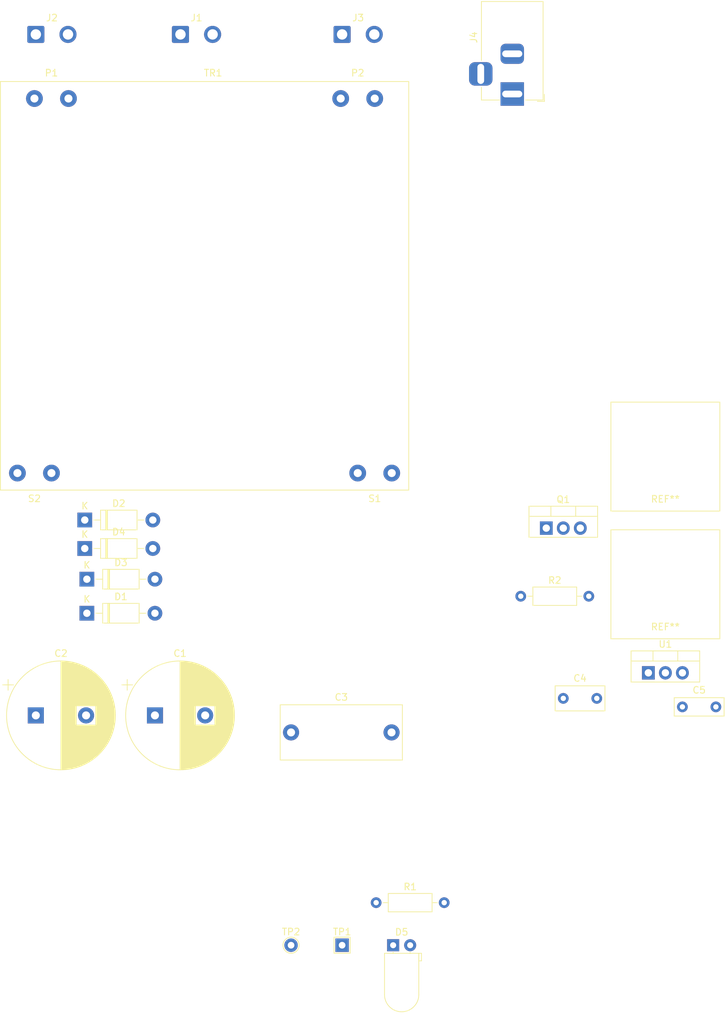
<source format=kicad_pcb>
(kicad_pcb (version 20171130) (host pcbnew "(5.1.7)-1")

  (general
    (thickness 1.6)
    (drawings 0)
    (tracks 0)
    (zones 0)
    (modules 23)
    (nets 12)
  )

  (page A4)
  (layers
    (0 F.Cu signal)
    (31 B.Cu signal)
    (32 B.Adhes user)
    (33 F.Adhes user)
    (34 B.Paste user)
    (35 F.Paste user)
    (36 B.SilkS user)
    (37 F.SilkS user)
    (38 B.Mask user)
    (39 F.Mask user)
    (40 Dwgs.User user)
    (41 Cmts.User user)
    (42 Eco1.User user)
    (43 Eco2.User user)
    (44 Edge.Cuts user)
    (45 Margin user)
    (46 B.CrtYd user)
    (47 F.CrtYd user)
    (48 B.Fab user)
    (49 F.Fab user)
  )

  (setup
    (last_trace_width 1)
    (trace_clearance 0.75)
    (zone_clearance 0.508)
    (zone_45_only no)
    (trace_min 0.2)
    (via_size 0.8)
    (via_drill 0.4)
    (via_min_size 0.4)
    (via_min_drill 0.3)
    (uvia_size 0.3)
    (uvia_drill 0.1)
    (uvias_allowed no)
    (uvia_min_size 0.2)
    (uvia_min_drill 0.1)
    (edge_width 0.05)
    (segment_width 0.2)
    (pcb_text_width 0.3)
    (pcb_text_size 1.5 1.5)
    (mod_edge_width 0.12)
    (mod_text_size 1 1)
    (mod_text_width 0.15)
    (pad_size 1.524 1.524)
    (pad_drill 0.762)
    (pad_to_mask_clearance 0.051)
    (solder_mask_min_width 0.25)
    (aux_axis_origin 0 0)
    (visible_elements 7FFFFFFF)
    (pcbplotparams
      (layerselection 0x010fc_ffffffff)
      (usegerberextensions false)
      (usegerberattributes false)
      (usegerberadvancedattributes false)
      (creategerberjobfile false)
      (excludeedgelayer true)
      (linewidth 0.100000)
      (plotframeref false)
      (viasonmask false)
      (mode 1)
      (useauxorigin false)
      (hpglpennumber 1)
      (hpglpenspeed 20)
      (hpglpendiameter 15.000000)
      (psnegative false)
      (psa4output false)
      (plotreference true)
      (plotvalue true)
      (plotinvisibletext false)
      (padsonsilk false)
      (subtractmaskfromsilk false)
      (outputformat 1)
      (mirror false)
      (drillshape 1)
      (scaleselection 1)
      (outputdirectory ""))
  )

  (net 0 "")
  (net 1 GND)
  (net 2 "Net-(C1-Pad1)")
  (net 3 /S1P)
  (net 4 /S1N)
  (net 5 "Net-(D5-Pad2)")
  (net 6 "Net-(J2-Pad2)")
  (net 7 "Net-(J3-Pad1)")
  (net 8 /AC_L)
  (net 9 "Net-(C4-Pad1)")
  (net 10 /AC_N)
  (net 11 +12V)

  (net_class Default "This is the default net class."
    (clearance 0.75)
    (trace_width 1)
    (via_dia 0.8)
    (via_drill 0.4)
    (uvia_dia 0.3)
    (uvia_drill 0.1)
    (add_net +12V)
    (add_net /AC_L)
    (add_net /AC_N)
    (add_net /S1N)
    (add_net /S1P)
    (add_net GND)
    (add_net "Net-(C1-Pad1)")
    (add_net "Net-(C4-Pad1)")
    (add_net "Net-(D5-Pad2)")
    (add_net "Net-(J2-Pad2)")
    (add_net "Net-(J3-Pad1)")
  )

  (module Package_TO_SOT_THT:TO-220-3_Vertical (layer F.Cu) (tedit 5AC8BA0D) (tstamp 5FB3133A)
    (at 196.85 134.62)
    (descr "TO-220-3, Vertical, RM 2.54mm, see https://www.vishay.com/docs/66542/to-220-1.pdf")
    (tags "TO-220-3 Vertical RM 2.54mm")
    (path /5FA614CC)
    (fp_text reference U1 (at 2.54 -4.27) (layer F.SilkS)
      (effects (font (size 1 1) (thickness 0.15)))
    )
    (fp_text value L7812 (at 2.54 2.5) (layer F.Fab)
      (effects (font (size 1 1) (thickness 0.15)))
    )
    (fp_text user %R (at 2.54 -4.27) (layer F.Fab)
      (effects (font (size 1 1) (thickness 0.15)))
    )
    (fp_line (start -2.46 -3.15) (end -2.46 1.25) (layer F.Fab) (width 0.1))
    (fp_line (start -2.46 1.25) (end 7.54 1.25) (layer F.Fab) (width 0.1))
    (fp_line (start 7.54 1.25) (end 7.54 -3.15) (layer F.Fab) (width 0.1))
    (fp_line (start 7.54 -3.15) (end -2.46 -3.15) (layer F.Fab) (width 0.1))
    (fp_line (start -2.46 -1.88) (end 7.54 -1.88) (layer F.Fab) (width 0.1))
    (fp_line (start 0.69 -3.15) (end 0.69 -1.88) (layer F.Fab) (width 0.1))
    (fp_line (start 4.39 -3.15) (end 4.39 -1.88) (layer F.Fab) (width 0.1))
    (fp_line (start -2.58 -3.27) (end 7.66 -3.27) (layer F.SilkS) (width 0.12))
    (fp_line (start -2.58 1.371) (end 7.66 1.371) (layer F.SilkS) (width 0.12))
    (fp_line (start -2.58 -3.27) (end -2.58 1.371) (layer F.SilkS) (width 0.12))
    (fp_line (start 7.66 -3.27) (end 7.66 1.371) (layer F.SilkS) (width 0.12))
    (fp_line (start -2.58 -1.76) (end 7.66 -1.76) (layer F.SilkS) (width 0.12))
    (fp_line (start 0.69 -3.27) (end 0.69 -1.76) (layer F.SilkS) (width 0.12))
    (fp_line (start 4.391 -3.27) (end 4.391 -1.76) (layer F.SilkS) (width 0.12))
    (fp_line (start -2.71 -3.4) (end -2.71 1.51) (layer F.CrtYd) (width 0.05))
    (fp_line (start -2.71 1.51) (end 7.79 1.51) (layer F.CrtYd) (width 0.05))
    (fp_line (start 7.79 1.51) (end 7.79 -3.4) (layer F.CrtYd) (width 0.05))
    (fp_line (start 7.79 -3.4) (end -2.71 -3.4) (layer F.CrtYd) (width 0.05))
    (pad 3 thru_hole oval (at 5.08 0) (size 1.905 2) (drill 1.1) (layers *.Cu *.Mask)
      (net 11 +12V))
    (pad 2 thru_hole oval (at 2.54 0) (size 1.905 2) (drill 1.1) (layers *.Cu *.Mask)
      (net 1 GND))
    (pad 1 thru_hole rect (at 0 0) (size 1.905 2) (drill 1.1) (layers *.Cu *.Mask)
      (net 9 "Net-(C4-Pad1)"))
    (model ${KISYS3DMOD}/Package_TO_SOT_THT.3dshapes/TO-220-3_Vertical.wrl
      (at (xyz 0 0 0))
      (scale (xyz 1 1 1))
      (rotate (xyz 0 0 0))
    )
  )

  (module 12v1a_psu:L01-6363 (layer F.Cu) (tedit 5FB22C00) (tstamp 5FB31320)
    (at 130.600509 76.875)
    (tags "PCB Transformer")
    (path /5CCA218E)
    (fp_text reference TR1 (at 1.27 -31.75) (layer F.SilkS)
      (effects (font (size 1 1) (thickness 0.15)))
    )
    (fp_text value L01-6353 (at -0.24 0.47) (layer F.Fab)
      (effects (font (size 1 1) (thickness 0.15)))
    )
    (fp_text user S2 (at -25.4 31.75) (layer F.SilkS)
      (effects (font (size 1 1) (thickness 0.15)))
    )
    (fp_text user S1 (at 25.4 31.75) (layer F.SilkS)
      (effects (font (size 1 1) (thickness 0.15)))
    )
    (fp_text user P2 (at 22.86 -31.75) (layer F.SilkS)
      (effects (font (size 1 1) (thickness 0.15)))
    )
    (fp_text user P1 (at -22.86 -31.75) (layer F.SilkS)
      (effects (font (size 1 1) (thickness 0.15)))
    )
    (fp_text user %R (at -0.24 -1.03) (layer F.Fab)
      (effects (font (size 1 1) (thickness 0.15)))
    )
    (fp_line (start 30.48 30.48) (end 30.48 -30.48) (layer F.Fab) (width 0.1))
    (fp_line (start -30.48 30.48) (end 30.48 30.48) (layer F.Fab) (width 0.1))
    (fp_line (start -30.48 -30.48) (end -30.48 30.48) (layer F.Fab) (width 0.1))
    (fp_line (start 30.48 -30.48) (end -30.48 -30.48) (layer F.Fab) (width 0.1))
    (fp_line (start 30.48 30.48) (end 30.48 -30.48) (layer F.SilkS) (width 0.12))
    (fp_line (start -30.48 30.48) (end 30.48 30.48) (layer F.SilkS) (width 0.12))
    (fp_line (start -30.48 -30.48) (end -30.48 30.48) (layer F.SilkS) (width 0.12))
    (fp_line (start 30.48 -30.48) (end -30.48 -30.48) (layer F.SilkS) (width 0.12))
    (pad 8 thru_hole circle (at -27.94 27.94) (size 2.5 2.5) (drill 1.2) (layers *.Cu *.Mask)
      (net 3 /S1P))
    (pad 7 thru_hole circle (at -22.86 27.94) (size 2.5 2.5) (drill 1.2) (layers *.Cu *.Mask)
      (net 4 /S1N))
    (pad 6 thru_hole circle (at 22.86 27.94) (size 2.5 2.5) (drill 1.2) (layers *.Cu *.Mask)
      (net 3 /S1P))
    (pad 5 thru_hole circle (at 27.94 27.94) (size 2.5 2.5) (drill 1.2) (layers *.Cu *.Mask)
      (net 4 /S1N))
    (pad 4 thru_hole circle (at 25.4 -27.94) (size 2.5 2.5) (drill 1.2) (layers *.Cu *.Mask)
      (net 10 /AC_N))
    (pad 3 thru_hole circle (at 20.32 -27.94) (size 2.5 2.5) (drill 1.2) (layers *.Cu *.Mask)
      (net 7 "Net-(J3-Pad1)"))
    (pad 1 thru_hole circle (at -25.4 -27.94) (size 2.5 2.5) (drill 1.2) (layers *.Cu *.Mask)
      (net 8 /AC_L))
    (pad 2 thru_hole circle (at -20.32 -27.94) (size 2.5 2.5) (drill 1.2) (layers *.Cu *.Mask)
      (net 6 "Net-(J2-Pad2)"))
    (model "${KIPRJMOD}/lib/12v1a_psu.3dshapes/L01-636X Series.STEP"
      (offset (xyz -60.6 38.9 3))
      (scale (xyz 1 1 1))
      (rotate (xyz -90 180 0))
    )
  )

  (module TestPoint:TestPoint_THTPad_D2.0mm_Drill1.0mm (layer F.Cu) (tedit 5A0F774F) (tstamp 5FB31307)
    (at 143.51 175.26)
    (descr "THT pad as test Point, diameter 2.0mm, hole diameter 1.0mm")
    (tags "test point THT pad")
    (path /5FB324EE)
    (attr virtual)
    (fp_text reference TP2 (at 0 -1.998) (layer F.SilkS)
      (effects (font (size 1 1) (thickness 0.15)))
    )
    (fp_text value TestPoint (at 0 2.05) (layer F.Fab)
      (effects (font (size 1 1) (thickness 0.15)))
    )
    (fp_text user %R (at 0 -2) (layer F.Fab)
      (effects (font (size 1 1) (thickness 0.15)))
    )
    (fp_circle (center 0 0) (end 1.5 0) (layer F.CrtYd) (width 0.05))
    (fp_circle (center 0 0) (end 0 1.2) (layer F.SilkS) (width 0.12))
    (pad 1 thru_hole circle (at 0 0) (size 2 2) (drill 1) (layers *.Cu *.Mask)
      (net 11 +12V))
  )

  (module TestPoint:TestPoint_THTPad_2.0x2.0mm_Drill1.0mm (layer F.Cu) (tedit 5A0F774F) (tstamp 5FB312FF)
    (at 151.13 175.26)
    (descr "THT rectangular pad as test Point, square 2.0mm_Drill1.0mm  side length, hole diameter 1.0mm")
    (tags "test point THT pad rectangle square")
    (path /5FB2F260)
    (attr virtual)
    (fp_text reference TP1 (at 0 -1.998) (layer F.SilkS)
      (effects (font (size 1 1) (thickness 0.15)))
    )
    (fp_text value TestPoint (at 0 2.05) (layer F.Fab)
      (effects (font (size 1 1) (thickness 0.15)))
    )
    (fp_text user %R (at 0 -2) (layer F.Fab)
      (effects (font (size 1 1) (thickness 0.15)))
    )
    (fp_line (start -1.2 -1.2) (end 1.2 -1.2) (layer F.SilkS) (width 0.12))
    (fp_line (start 1.2 -1.2) (end 1.2 1.2) (layer F.SilkS) (width 0.12))
    (fp_line (start 1.2 1.2) (end -1.2 1.2) (layer F.SilkS) (width 0.12))
    (fp_line (start -1.2 1.2) (end -1.2 -1.2) (layer F.SilkS) (width 0.12))
    (fp_line (start -1.5 -1.5) (end 1.5 -1.5) (layer F.CrtYd) (width 0.05))
    (fp_line (start -1.5 -1.5) (end -1.5 1.5) (layer F.CrtYd) (width 0.05))
    (fp_line (start 1.5 1.5) (end 1.5 -1.5) (layer F.CrtYd) (width 0.05))
    (fp_line (start 1.5 1.5) (end -1.5 1.5) (layer F.CrtYd) (width 0.05))
    (pad 1 thru_hole rect (at 0 0) (size 2 2) (drill 1) (layers *.Cu *.Mask)
      (net 1 GND))
  )

  (module Resistor_THT:R_Axial_DIN0207_L6.3mm_D2.5mm_P10.16mm_Horizontal (layer F.Cu) (tedit 5AE5139B) (tstamp 5FB312F1)
    (at 177.8 123.19)
    (descr "Resistor, Axial_DIN0207 series, Axial, Horizontal, pin pitch=10.16mm, 0.25W = 1/4W, length*diameter=6.3*2.5mm^2, http://cdn-reichelt.de/documents/datenblatt/B400/1_4W%23YAG.pdf")
    (tags "Resistor Axial_DIN0207 series Axial Horizontal pin pitch 10.16mm 0.25W = 1/4W length 6.3mm diameter 2.5mm")
    (path /5FA6457D)
    (fp_text reference R2 (at 5.08 -2.37) (layer F.SilkS)
      (effects (font (size 1 1) (thickness 0.15)))
    )
    (fp_text value 3 (at 5.08 2.37) (layer F.Fab)
      (effects (font (size 1 1) (thickness 0.15)))
    )
    (fp_text user %R (at 5.08 0) (layer F.Fab)
      (effects (font (size 1 1) (thickness 0.15)))
    )
    (fp_line (start 1.93 -1.25) (end 1.93 1.25) (layer F.Fab) (width 0.1))
    (fp_line (start 1.93 1.25) (end 8.23 1.25) (layer F.Fab) (width 0.1))
    (fp_line (start 8.23 1.25) (end 8.23 -1.25) (layer F.Fab) (width 0.1))
    (fp_line (start 8.23 -1.25) (end 1.93 -1.25) (layer F.Fab) (width 0.1))
    (fp_line (start 0 0) (end 1.93 0) (layer F.Fab) (width 0.1))
    (fp_line (start 10.16 0) (end 8.23 0) (layer F.Fab) (width 0.1))
    (fp_line (start 1.81 -1.37) (end 1.81 1.37) (layer F.SilkS) (width 0.12))
    (fp_line (start 1.81 1.37) (end 8.35 1.37) (layer F.SilkS) (width 0.12))
    (fp_line (start 8.35 1.37) (end 8.35 -1.37) (layer F.SilkS) (width 0.12))
    (fp_line (start 8.35 -1.37) (end 1.81 -1.37) (layer F.SilkS) (width 0.12))
    (fp_line (start 1.04 0) (end 1.81 0) (layer F.SilkS) (width 0.12))
    (fp_line (start 9.12 0) (end 8.35 0) (layer F.SilkS) (width 0.12))
    (fp_line (start -1.05 -1.5) (end -1.05 1.5) (layer F.CrtYd) (width 0.05))
    (fp_line (start -1.05 1.5) (end 11.21 1.5) (layer F.CrtYd) (width 0.05))
    (fp_line (start 11.21 1.5) (end 11.21 -1.5) (layer F.CrtYd) (width 0.05))
    (fp_line (start 11.21 -1.5) (end -1.05 -1.5) (layer F.CrtYd) (width 0.05))
    (pad 2 thru_hole oval (at 10.16 0) (size 1.6 1.6) (drill 0.8) (layers *.Cu *.Mask)
      (net 2 "Net-(C1-Pad1)"))
    (pad 1 thru_hole circle (at 0 0) (size 1.6 1.6) (drill 0.8) (layers *.Cu *.Mask)
      (net 9 "Net-(C4-Pad1)"))
    (model ${KISYS3DMOD}/Resistor_THT.3dshapes/R_Axial_DIN0207_L6.3mm_D2.5mm_P10.16mm_Horizontal.wrl
      (at (xyz 0 0 0))
      (scale (xyz 1 1 1))
      (rotate (xyz 0 0 0))
    )
  )

  (module Resistor_THT:R_Axial_DIN0207_L6.3mm_D2.5mm_P10.16mm_Horizontal (layer F.Cu) (tedit 5AE5139B) (tstamp 5FB312DA)
    (at 156.21 168.91)
    (descr "Resistor, Axial_DIN0207 series, Axial, Horizontal, pin pitch=10.16mm, 0.25W = 1/4W, length*diameter=6.3*2.5mm^2, http://cdn-reichelt.de/documents/datenblatt/B400/1_4W%23YAG.pdf")
    (tags "Resistor Axial_DIN0207 series Axial Horizontal pin pitch 10.16mm 0.25W = 1/4W length 6.3mm diameter 2.5mm")
    (path /5CCC24A2)
    (fp_text reference R1 (at 5.08 -2.37) (layer F.SilkS)
      (effects (font (size 1 1) (thickness 0.15)))
    )
    (fp_text value 1k (at 5.08 2.37) (layer F.Fab)
      (effects (font (size 1 1) (thickness 0.15)))
    )
    (fp_text user %R (at 5.08 0) (layer F.Fab)
      (effects (font (size 1 1) (thickness 0.15)))
    )
    (fp_line (start 1.93 -1.25) (end 1.93 1.25) (layer F.Fab) (width 0.1))
    (fp_line (start 1.93 1.25) (end 8.23 1.25) (layer F.Fab) (width 0.1))
    (fp_line (start 8.23 1.25) (end 8.23 -1.25) (layer F.Fab) (width 0.1))
    (fp_line (start 8.23 -1.25) (end 1.93 -1.25) (layer F.Fab) (width 0.1))
    (fp_line (start 0 0) (end 1.93 0) (layer F.Fab) (width 0.1))
    (fp_line (start 10.16 0) (end 8.23 0) (layer F.Fab) (width 0.1))
    (fp_line (start 1.81 -1.37) (end 1.81 1.37) (layer F.SilkS) (width 0.12))
    (fp_line (start 1.81 1.37) (end 8.35 1.37) (layer F.SilkS) (width 0.12))
    (fp_line (start 8.35 1.37) (end 8.35 -1.37) (layer F.SilkS) (width 0.12))
    (fp_line (start 8.35 -1.37) (end 1.81 -1.37) (layer F.SilkS) (width 0.12))
    (fp_line (start 1.04 0) (end 1.81 0) (layer F.SilkS) (width 0.12))
    (fp_line (start 9.12 0) (end 8.35 0) (layer F.SilkS) (width 0.12))
    (fp_line (start -1.05 -1.5) (end -1.05 1.5) (layer F.CrtYd) (width 0.05))
    (fp_line (start -1.05 1.5) (end 11.21 1.5) (layer F.CrtYd) (width 0.05))
    (fp_line (start 11.21 1.5) (end 11.21 -1.5) (layer F.CrtYd) (width 0.05))
    (fp_line (start 11.21 -1.5) (end -1.05 -1.5) (layer F.CrtYd) (width 0.05))
    (pad 2 thru_hole oval (at 10.16 0) (size 1.6 1.6) (drill 0.8) (layers *.Cu *.Mask)
      (net 5 "Net-(D5-Pad2)"))
    (pad 1 thru_hole circle (at 0 0) (size 1.6 1.6) (drill 0.8) (layers *.Cu *.Mask)
      (net 2 "Net-(C1-Pad1)"))
    (model ${KISYS3DMOD}/Resistor_THT.3dshapes/R_Axial_DIN0207_L6.3mm_D2.5mm_P10.16mm_Horizontal.wrl
      (at (xyz 0 0 0))
      (scale (xyz 1 1 1))
      (rotate (xyz 0 0 0))
    )
  )

  (module Package_TO_SOT_THT:TO-220-3_Vertical (layer F.Cu) (tedit 5AC8BA0D) (tstamp 5FB312C3)
    (at 181.61 113.03)
    (descr "TO-220-3, Vertical, RM 2.54mm, see https://www.vishay.com/docs/66542/to-220-1.pdf")
    (tags "TO-220-3 Vertical RM 2.54mm")
    (path /5FB0FFFF)
    (fp_text reference Q1 (at 2.54 -4.27) (layer F.SilkS)
      (effects (font (size 1 1) (thickness 0.15)))
    )
    (fp_text value TIP32AG (at 2.54 2.5) (layer F.Fab)
      (effects (font (size 1 1) (thickness 0.15)))
    )
    (fp_text user %R (at 2.54 -4.27) (layer F.Fab)
      (effects (font (size 1 1) (thickness 0.15)))
    )
    (fp_line (start -2.46 -3.15) (end -2.46 1.25) (layer F.Fab) (width 0.1))
    (fp_line (start -2.46 1.25) (end 7.54 1.25) (layer F.Fab) (width 0.1))
    (fp_line (start 7.54 1.25) (end 7.54 -3.15) (layer F.Fab) (width 0.1))
    (fp_line (start 7.54 -3.15) (end -2.46 -3.15) (layer F.Fab) (width 0.1))
    (fp_line (start -2.46 -1.88) (end 7.54 -1.88) (layer F.Fab) (width 0.1))
    (fp_line (start 0.69 -3.15) (end 0.69 -1.88) (layer F.Fab) (width 0.1))
    (fp_line (start 4.39 -3.15) (end 4.39 -1.88) (layer F.Fab) (width 0.1))
    (fp_line (start -2.58 -3.27) (end 7.66 -3.27) (layer F.SilkS) (width 0.12))
    (fp_line (start -2.58 1.371) (end 7.66 1.371) (layer F.SilkS) (width 0.12))
    (fp_line (start -2.58 -3.27) (end -2.58 1.371) (layer F.SilkS) (width 0.12))
    (fp_line (start 7.66 -3.27) (end 7.66 1.371) (layer F.SilkS) (width 0.12))
    (fp_line (start -2.58 -1.76) (end 7.66 -1.76) (layer F.SilkS) (width 0.12))
    (fp_line (start 0.69 -3.27) (end 0.69 -1.76) (layer F.SilkS) (width 0.12))
    (fp_line (start 4.391 -3.27) (end 4.391 -1.76) (layer F.SilkS) (width 0.12))
    (fp_line (start -2.71 -3.4) (end -2.71 1.51) (layer F.CrtYd) (width 0.05))
    (fp_line (start -2.71 1.51) (end 7.79 1.51) (layer F.CrtYd) (width 0.05))
    (fp_line (start 7.79 1.51) (end 7.79 -3.4) (layer F.CrtYd) (width 0.05))
    (fp_line (start 7.79 -3.4) (end -2.71 -3.4) (layer F.CrtYd) (width 0.05))
    (pad 3 thru_hole oval (at 5.08 0) (size 1.905 2) (drill 1.1) (layers *.Cu *.Mask)
      (net 2 "Net-(C1-Pad1)"))
    (pad 2 thru_hole oval (at 2.54 0) (size 1.905 2) (drill 1.1) (layers *.Cu *.Mask)
      (net 11 +12V))
    (pad 1 thru_hole rect (at 0 0) (size 1.905 2) (drill 1.1) (layers *.Cu *.Mask)
      (net 9 "Net-(C4-Pad1)"))
    (model ${KISYS3DMOD}/Package_TO_SOT_THT.3dshapes/TO-220-3_Vertical.wrl
      (at (xyz 0 0 0))
      (scale (xyz 1 1 1))
      (rotate (xyz 0 0 0))
    )
  )

  (module 12v1a_psu:BarrelJack_Horizontal (layer F.Cu) (tedit 5FB1DD0E) (tstamp 5FB312A9)
    (at 176.53 48.26 270)
    (descr "DC Barrel Jack")
    (tags "Power Jack")
    (path /5CCF2AFB)
    (fp_text reference J4 (at -8.45 5.75 90) (layer F.SilkS)
      (effects (font (size 1 1) (thickness 0.15)))
    )
    (fp_text value Vout (at -6.2 -5.5 90) (layer F.Fab)
      (effects (font (size 1 1) (thickness 0.15)))
    )
    (fp_text user %R (at -3 -2.95 90) (layer F.Fab)
      (effects (font (size 1 1) (thickness 0.15)))
    )
    (fp_line (start 0 -4.5) (end -13.7 -4.5) (layer F.Fab) (width 0.1))
    (fp_line (start 0.8 4.5) (end 0.8 -3.75) (layer F.Fab) (width 0.1))
    (fp_line (start -13.7 4.5) (end 0.8 4.5) (layer F.Fab) (width 0.1))
    (fp_line (start -13.7 -4.5) (end -13.7 4.5) (layer F.Fab) (width 0.1))
    (fp_line (start -10.2 -4.5) (end -10.2 4.5) (layer F.Fab) (width 0.1))
    (fp_line (start 0.9 -4.6) (end 0.9 -2) (layer F.SilkS) (width 0.12))
    (fp_line (start -13.8 -4.6) (end 0.9 -4.6) (layer F.SilkS) (width 0.12))
    (fp_line (start 0.9 4.6) (end -1 4.6) (layer F.SilkS) (width 0.12))
    (fp_line (start 0.9 1.9) (end 0.9 4.6) (layer F.SilkS) (width 0.12))
    (fp_line (start -13.8 4.6) (end -13.8 -4.6) (layer F.SilkS) (width 0.12))
    (fp_line (start -5 4.6) (end -13.8 4.6) (layer F.SilkS) (width 0.12))
    (fp_line (start -14 4.75) (end -14 -4.75) (layer F.CrtYd) (width 0.05))
    (fp_line (start -5 4.75) (end -14 4.75) (layer F.CrtYd) (width 0.05))
    (fp_line (start -5 6.75) (end -5 4.75) (layer F.CrtYd) (width 0.05))
    (fp_line (start -1 6.75) (end -5 6.75) (layer F.CrtYd) (width 0.05))
    (fp_line (start -1 4.75) (end -1 6.75) (layer F.CrtYd) (width 0.05))
    (fp_line (start 1 4.75) (end -1 4.75) (layer F.CrtYd) (width 0.05))
    (fp_line (start 1 2) (end 1 4.75) (layer F.CrtYd) (width 0.05))
    (fp_line (start 2 2) (end 1 2) (layer F.CrtYd) (width 0.05))
    (fp_line (start 2 -2) (end 2 2) (layer F.CrtYd) (width 0.05))
    (fp_line (start 1 -2) (end 2 -2) (layer F.CrtYd) (width 0.05))
    (fp_line (start 1 -4.5) (end 1 -2) (layer F.CrtYd) (width 0.05))
    (fp_line (start 1 -4.75) (end -14 -4.75) (layer F.CrtYd) (width 0.05))
    (fp_line (start 1 -4.5) (end 1 -4.75) (layer F.CrtYd) (width 0.05))
    (fp_line (start 0.05 -4.8) (end 1.1 -4.8) (layer F.SilkS) (width 0.12))
    (fp_line (start 1.1 -3.75) (end 1.1 -4.8) (layer F.SilkS) (width 0.12))
    (fp_line (start -0.003213 -4.505425) (end 0.8 -3.75) (layer F.Fab) (width 0.1))
    (pad 1 thru_hole rect (at 0 0 270) (size 3.5 3.5) (drill oval 1 3) (layers *.Cu *.Mask)
      (net 11 +12V))
    (pad 2 thru_hole roundrect (at -6 0 270) (size 3 3.5) (drill oval 1 3) (layers *.Cu *.Mask) (roundrect_rratio 0.25)
      (net 1 GND))
    (pad 3 thru_hole roundrect (at -3 4.7 270) (size 3.5 3.5) (drill oval 3 1) (layers *.Cu *.Mask) (roundrect_rratio 0.25)
      (net 1 GND))
    (model ${KIPRJMOD}/lib/12v1a_psu.3dshapes/CUI_DEVICES_PJ-002A.step
      (offset (xyz -13.75 0 6.5))
      (scale (xyz 1 1 1))
      (rotate (xyz -90 0 180))
    )
  )

  (module Connector_Wire:SolderWire-0.75sqmm_1x02_P4.8mm_D1.25mm_OD2.3mm (layer F.Cu) (tedit 5EB70B43) (tstamp 5FB31286)
    (at 151.13 39.37)
    (descr "Soldered wire connection, for 2 times 0.75 mm² wires, basic insulation, conductor diameter 1.25mm, outer diameter 2.3mm, size source Multi-Contact FLEXI-E 0.75 (https://ec.staubli.com/AcroFiles/Catalogues/TM_Cab-Main-11014119_(en)_hi.pdf), bend radius 3 times outer diameter, generated with kicad-footprint-generator")
    (tags "connector wire 0.75sqmm")
    (path /5CE0ABC9)
    (attr virtual)
    (fp_text reference J3 (at 2.4 -2.47) (layer F.SilkS)
      (effects (font (size 1 1) (thickness 0.15)))
    )
    (fp_text value P2 (at 2.4 2.47) (layer F.Fab)
      (effects (font (size 1 1) (thickness 0.15)))
    )
    (fp_text user %R (at 2.4 0 90) (layer F.Fab)
      (effects (font (size 0.89 0.89) (thickness 0.13)))
    )
    (fp_circle (center 0 0) (end 1.15 0) (layer F.Fab) (width 0.1))
    (fp_circle (center 4.8 0) (end 5.95 0) (layer F.Fab) (width 0.1))
    (fp_line (start -1.9 -1.78) (end -1.9 1.78) (layer F.CrtYd) (width 0.05))
    (fp_line (start -1.9 1.78) (end 1.9 1.78) (layer F.CrtYd) (width 0.05))
    (fp_line (start 1.9 1.78) (end 1.9 -1.78) (layer F.CrtYd) (width 0.05))
    (fp_line (start 1.9 -1.78) (end -1.9 -1.78) (layer F.CrtYd) (width 0.05))
    (fp_line (start 2.9 -1.78) (end 2.9 1.78) (layer F.CrtYd) (width 0.05))
    (fp_line (start 2.9 1.78) (end 6.7 1.78) (layer F.CrtYd) (width 0.05))
    (fp_line (start 6.7 1.78) (end 6.7 -1.78) (layer F.CrtYd) (width 0.05))
    (fp_line (start 6.7 -1.78) (end 2.9 -1.78) (layer F.CrtYd) (width 0.05))
    (pad 2 thru_hole circle (at 4.8 0) (size 2.55 2.55) (drill 1.55) (layers *.Cu *.Mask)
      (net 10 /AC_N))
    (pad 1 thru_hole roundrect (at 0 0) (size 2.55 2.55) (drill 1.55) (layers *.Cu *.Mask) (roundrect_rratio 0.098039)
      (net 7 "Net-(J3-Pad1)"))
    (model ${KISYS3DMOD}/Connector_Wire.3dshapes/SolderWire-0.75sqmm_1x02_P4.8mm_D1.25mm_OD2.3mm.wrl
      (at (xyz 0 0 0))
      (scale (xyz 1 1 1))
      (rotate (xyz 0 0 0))
    )
  )

  (module Connector_Wire:SolderWire-0.75sqmm_1x02_P4.8mm_D1.25mm_OD2.3mm (layer F.Cu) (tedit 5EB70B43) (tstamp 5FB31275)
    (at 105.41 39.37)
    (descr "Soldered wire connection, for 2 times 0.75 mm² wires, basic insulation, conductor diameter 1.25mm, outer diameter 2.3mm, size source Multi-Contact FLEXI-E 0.75 (https://ec.staubli.com/AcroFiles/Catalogues/TM_Cab-Main-11014119_(en)_hi.pdf), bend radius 3 times outer diameter, generated with kicad-footprint-generator")
    (tags "connector wire 0.75sqmm")
    (path /5CE0A673)
    (attr virtual)
    (fp_text reference J2 (at 2.4 -2.47) (layer F.SilkS)
      (effects (font (size 1 1) (thickness 0.15)))
    )
    (fp_text value P1 (at 2.4 2.47) (layer F.Fab)
      (effects (font (size 1 1) (thickness 0.15)))
    )
    (fp_text user %R (at 2.4 0 90) (layer F.Fab)
      (effects (font (size 0.89 0.89) (thickness 0.13)))
    )
    (fp_circle (center 0 0) (end 1.15 0) (layer F.Fab) (width 0.1))
    (fp_circle (center 4.8 0) (end 5.95 0) (layer F.Fab) (width 0.1))
    (fp_line (start -1.9 -1.78) (end -1.9 1.78) (layer F.CrtYd) (width 0.05))
    (fp_line (start -1.9 1.78) (end 1.9 1.78) (layer F.CrtYd) (width 0.05))
    (fp_line (start 1.9 1.78) (end 1.9 -1.78) (layer F.CrtYd) (width 0.05))
    (fp_line (start 1.9 -1.78) (end -1.9 -1.78) (layer F.CrtYd) (width 0.05))
    (fp_line (start 2.9 -1.78) (end 2.9 1.78) (layer F.CrtYd) (width 0.05))
    (fp_line (start 2.9 1.78) (end 6.7 1.78) (layer F.CrtYd) (width 0.05))
    (fp_line (start 6.7 1.78) (end 6.7 -1.78) (layer F.CrtYd) (width 0.05))
    (fp_line (start 6.7 -1.78) (end 2.9 -1.78) (layer F.CrtYd) (width 0.05))
    (pad 2 thru_hole circle (at 4.8 0) (size 2.55 2.55) (drill 1.55) (layers *.Cu *.Mask)
      (net 6 "Net-(J2-Pad2)"))
    (pad 1 thru_hole roundrect (at 0 0) (size 2.55 2.55) (drill 1.55) (layers *.Cu *.Mask) (roundrect_rratio 0.098039)
      (net 8 /AC_L))
    (model ${KISYS3DMOD}/Connector_Wire.3dshapes/SolderWire-0.75sqmm_1x02_P4.8mm_D1.25mm_OD2.3mm.wrl
      (at (xyz 0 0 0))
      (scale (xyz 1 1 1))
      (rotate (xyz 0 0 0))
    )
  )

  (module Connector_Wire:SolderWire-0.75sqmm_1x02_P4.8mm_D1.25mm_OD2.3mm (layer F.Cu) (tedit 5EB70B43) (tstamp 5FB31264)
    (at 127 39.37)
    (descr "Soldered wire connection, for 2 times 0.75 mm² wires, basic insulation, conductor diameter 1.25mm, outer diameter 2.3mm, size source Multi-Contact FLEXI-E 0.75 (https://ec.staubli.com/AcroFiles/Catalogues/TM_Cab-Main-11014119_(en)_hi.pdf), bend radius 3 times outer diameter, generated with kicad-footprint-generator")
    (tags "connector wire 0.75sqmm")
    (path /5FB39DD9)
    (attr virtual)
    (fp_text reference J1 (at 2.4 -2.47) (layer F.SilkS)
      (effects (font (size 1 1) (thickness 0.15)))
    )
    (fp_text value AC_IN (at 2.4 2.47) (layer F.Fab)
      (effects (font (size 1 1) (thickness 0.15)))
    )
    (fp_text user %R (at 2.4 0 90) (layer F.Fab)
      (effects (font (size 0.89 0.89) (thickness 0.13)))
    )
    (fp_circle (center 0 0) (end 1.15 0) (layer F.Fab) (width 0.1))
    (fp_circle (center 4.8 0) (end 5.95 0) (layer F.Fab) (width 0.1))
    (fp_line (start -1.9 -1.78) (end -1.9 1.78) (layer F.CrtYd) (width 0.05))
    (fp_line (start -1.9 1.78) (end 1.9 1.78) (layer F.CrtYd) (width 0.05))
    (fp_line (start 1.9 1.78) (end 1.9 -1.78) (layer F.CrtYd) (width 0.05))
    (fp_line (start 1.9 -1.78) (end -1.9 -1.78) (layer F.CrtYd) (width 0.05))
    (fp_line (start 2.9 -1.78) (end 2.9 1.78) (layer F.CrtYd) (width 0.05))
    (fp_line (start 2.9 1.78) (end 6.7 1.78) (layer F.CrtYd) (width 0.05))
    (fp_line (start 6.7 1.78) (end 6.7 -1.78) (layer F.CrtYd) (width 0.05))
    (fp_line (start 6.7 -1.78) (end 2.9 -1.78) (layer F.CrtYd) (width 0.05))
    (pad 2 thru_hole circle (at 4.8 0) (size 2.55 2.55) (drill 1.55) (layers *.Cu *.Mask)
      (net 8 /AC_L))
    (pad 1 thru_hole roundrect (at 0 0) (size 2.55 2.55) (drill 1.55) (layers *.Cu *.Mask) (roundrect_rratio 0.098039)
      (net 10 /AC_N))
    (model ${KISYS3DMOD}/Connector_Wire.3dshapes/SolderWire-0.75sqmm_1x02_P4.8mm_D1.25mm_OD2.3mm.wrl
      (at (xyz 0 0 0))
      (scale (xyz 1 1 1))
      (rotate (xyz 0 0 0))
    )
  )

  (module LED_THT:LED_D5.0mm_Horizontal_O1.27mm_Z3.0mm (layer F.Cu) (tedit 5880A862) (tstamp 5FB31253)
    (at 158.75 175.26)
    (descr "LED, diameter 5.0mm z-position of LED center 3.0mm, 2 pins")
    (tags "LED diameter 5.0mm z-position of LED center 3.0mm 2 pins")
    (path /5CCC0EA2)
    (fp_text reference D5 (at 1.27 -1.96) (layer F.SilkS)
      (effects (font (size 1 1) (thickness 0.15)))
    )
    (fp_text value LED (at 1.27 10.93) (layer F.Fab)
      (effects (font (size 1 1) (thickness 0.15)))
    )
    (fp_arc (start 1.27 7.37) (end -1.29 7.37) (angle -180) (layer F.SilkS) (width 0.12))
    (fp_arc (start 1.27 7.37) (end -1.23 7.37) (angle -180) (layer F.Fab) (width 0.1))
    (fp_line (start -1.23 1.27) (end -1.23 7.37) (layer F.Fab) (width 0.1))
    (fp_line (start 3.77 1.27) (end 3.77 7.37) (layer F.Fab) (width 0.1))
    (fp_line (start -1.23 1.27) (end 3.77 1.27) (layer F.Fab) (width 0.1))
    (fp_line (start 4.17 1.27) (end 4.17 2.27) (layer F.Fab) (width 0.1))
    (fp_line (start 4.17 2.27) (end 3.77 2.27) (layer F.Fab) (width 0.1))
    (fp_line (start 3.77 2.27) (end 3.77 1.27) (layer F.Fab) (width 0.1))
    (fp_line (start 3.77 1.27) (end 4.17 1.27) (layer F.Fab) (width 0.1))
    (fp_line (start 0 0) (end 0 1.27) (layer F.Fab) (width 0.1))
    (fp_line (start 0 1.27) (end 0 1.27) (layer F.Fab) (width 0.1))
    (fp_line (start 0 1.27) (end 0 0) (layer F.Fab) (width 0.1))
    (fp_line (start 0 0) (end 0 0) (layer F.Fab) (width 0.1))
    (fp_line (start 2.54 0) (end 2.54 1.27) (layer F.Fab) (width 0.1))
    (fp_line (start 2.54 1.27) (end 2.54 1.27) (layer F.Fab) (width 0.1))
    (fp_line (start 2.54 1.27) (end 2.54 0) (layer F.Fab) (width 0.1))
    (fp_line (start 2.54 0) (end 2.54 0) (layer F.Fab) (width 0.1))
    (fp_line (start -1.29 1.21) (end -1.29 7.37) (layer F.SilkS) (width 0.12))
    (fp_line (start 3.83 1.21) (end 3.83 7.37) (layer F.SilkS) (width 0.12))
    (fp_line (start -1.29 1.21) (end 3.83 1.21) (layer F.SilkS) (width 0.12))
    (fp_line (start 4.23 1.21) (end 4.23 2.33) (layer F.SilkS) (width 0.12))
    (fp_line (start 4.23 2.33) (end 3.83 2.33) (layer F.SilkS) (width 0.12))
    (fp_line (start 3.83 2.33) (end 3.83 1.21) (layer F.SilkS) (width 0.12))
    (fp_line (start 3.83 1.21) (end 4.23 1.21) (layer F.SilkS) (width 0.12))
    (fp_line (start 0 1.08) (end 0 1.21) (layer F.SilkS) (width 0.12))
    (fp_line (start 0 1.21) (end 0 1.21) (layer F.SilkS) (width 0.12))
    (fp_line (start 0 1.21) (end 0 1.08) (layer F.SilkS) (width 0.12))
    (fp_line (start 0 1.08) (end 0 1.08) (layer F.SilkS) (width 0.12))
    (fp_line (start 2.54 1.08) (end 2.54 1.21) (layer F.SilkS) (width 0.12))
    (fp_line (start 2.54 1.21) (end 2.54 1.21) (layer F.SilkS) (width 0.12))
    (fp_line (start 2.54 1.21) (end 2.54 1.08) (layer F.SilkS) (width 0.12))
    (fp_line (start 2.54 1.08) (end 2.54 1.08) (layer F.SilkS) (width 0.12))
    (fp_line (start -1.95 -1.25) (end -1.95 10.2) (layer F.CrtYd) (width 0.05))
    (fp_line (start -1.95 10.2) (end 4.5 10.2) (layer F.CrtYd) (width 0.05))
    (fp_line (start 4.5 10.2) (end 4.5 -1.25) (layer F.CrtYd) (width 0.05))
    (fp_line (start 4.5 -1.25) (end -1.95 -1.25) (layer F.CrtYd) (width 0.05))
    (pad 2 thru_hole circle (at 2.54 0) (size 1.8 1.8) (drill 0.9) (layers *.Cu *.Mask)
      (net 5 "Net-(D5-Pad2)"))
    (pad 1 thru_hole rect (at 0 0) (size 1.8 1.8) (drill 0.9) (layers *.Cu *.Mask)
      (net 1 GND))
    (model ${KISYS3DMOD}/LED_THT.3dshapes/LED_D5.0mm_Horizontal_O1.27mm_Z3.0mm.wrl
      (at (xyz 0 0 0))
      (scale (xyz 1 1 1))
      (rotate (xyz 0 0 0))
    )
  )

  (module Diode_THT:D_DO-41_SOD81_P10.16mm_Horizontal (layer F.Cu) (tedit 5AE50CD5) (tstamp 5FB3201A)
    (at 112.715509 116.07)
    (descr "Diode, DO-41_SOD81 series, Axial, Horizontal, pin pitch=10.16mm, , length*diameter=5.2*2.7mm^2, , http://www.diodes.com/_files/packages/DO-41%20(Plastic).pdf")
    (tags "Diode DO-41_SOD81 series Axial Horizontal pin pitch 10.16mm  length 5.2mm diameter 2.7mm")
    (path /5CD64938)
    (fp_text reference D4 (at 5.08 -2.47) (layer F.SilkS)
      (effects (font (size 1 1) (thickness 0.15)))
    )
    (fp_text value 1N4007 (at 5.08 2.47) (layer F.Fab)
      (effects (font (size 1 1) (thickness 0.15)))
    )
    (fp_text user K (at 0 -2.1) (layer F.SilkS)
      (effects (font (size 1 1) (thickness 0.15)))
    )
    (fp_text user K (at 0 -2.1) (layer F.Fab)
      (effects (font (size 1 1) (thickness 0.15)))
    )
    (fp_text user %R (at 5.47 0) (layer F.Fab)
      (effects (font (size 1 1) (thickness 0.15)))
    )
    (fp_line (start 2.48 -1.35) (end 2.48 1.35) (layer F.Fab) (width 0.1))
    (fp_line (start 2.48 1.35) (end 7.68 1.35) (layer F.Fab) (width 0.1))
    (fp_line (start 7.68 1.35) (end 7.68 -1.35) (layer F.Fab) (width 0.1))
    (fp_line (start 7.68 -1.35) (end 2.48 -1.35) (layer F.Fab) (width 0.1))
    (fp_line (start 0 0) (end 2.48 0) (layer F.Fab) (width 0.1))
    (fp_line (start 10.16 0) (end 7.68 0) (layer F.Fab) (width 0.1))
    (fp_line (start 3.26 -1.35) (end 3.26 1.35) (layer F.Fab) (width 0.1))
    (fp_line (start 3.36 -1.35) (end 3.36 1.35) (layer F.Fab) (width 0.1))
    (fp_line (start 3.16 -1.35) (end 3.16 1.35) (layer F.Fab) (width 0.1))
    (fp_line (start 2.36 -1.47) (end 2.36 1.47) (layer F.SilkS) (width 0.12))
    (fp_line (start 2.36 1.47) (end 7.8 1.47) (layer F.SilkS) (width 0.12))
    (fp_line (start 7.8 1.47) (end 7.8 -1.47) (layer F.SilkS) (width 0.12))
    (fp_line (start 7.8 -1.47) (end 2.36 -1.47) (layer F.SilkS) (width 0.12))
    (fp_line (start 1.34 0) (end 2.36 0) (layer F.SilkS) (width 0.12))
    (fp_line (start 8.82 0) (end 7.8 0) (layer F.SilkS) (width 0.12))
    (fp_line (start 3.26 -1.47) (end 3.26 1.47) (layer F.SilkS) (width 0.12))
    (fp_line (start 3.38 -1.47) (end 3.38 1.47) (layer F.SilkS) (width 0.12))
    (fp_line (start 3.14 -1.47) (end 3.14 1.47) (layer F.SilkS) (width 0.12))
    (fp_line (start -1.35 -1.6) (end -1.35 1.6) (layer F.CrtYd) (width 0.05))
    (fp_line (start -1.35 1.6) (end 11.51 1.6) (layer F.CrtYd) (width 0.05))
    (fp_line (start 11.51 1.6) (end 11.51 -1.6) (layer F.CrtYd) (width 0.05))
    (fp_line (start 11.51 -1.6) (end -1.35 -1.6) (layer F.CrtYd) (width 0.05))
    (pad 2 thru_hole oval (at 10.16 0) (size 2.2 2.2) (drill 1.1) (layers *.Cu *.Mask)
      (net 4 /S1N))
    (pad 1 thru_hole rect (at 0 0) (size 2.2 2.2) (drill 1.1) (layers *.Cu *.Mask)
      (net 2 "Net-(C1-Pad1)"))
    (model ${KISYS3DMOD}/Diode_THT.3dshapes/D_DO-41_SOD81_P10.16mm_Horizontal.wrl
      (at (xyz 0 0 0))
      (scale (xyz 1 1 1))
      (rotate (xyz 0 0 0))
    )
  )

  (module Diode_THT:D_DO-41_SOD81_P10.16mm_Horizontal (layer F.Cu) (tedit 5AE50CD5) (tstamp 5FB3120A)
    (at 113.03 120.65)
    (descr "Diode, DO-41_SOD81 series, Axial, Horizontal, pin pitch=10.16mm, , length*diameter=5.2*2.7mm^2, , http://www.diodes.com/_files/packages/DO-41%20(Plastic).pdf")
    (tags "Diode DO-41_SOD81 series Axial Horizontal pin pitch 10.16mm  length 5.2mm diameter 2.7mm")
    (path /5CD642A8)
    (fp_text reference D3 (at 5.08 -2.47) (layer F.SilkS)
      (effects (font (size 1 1) (thickness 0.15)))
    )
    (fp_text value 1N4007 (at 5.08 2.47) (layer F.Fab)
      (effects (font (size 1 1) (thickness 0.15)))
    )
    (fp_text user K (at 0 -2.1) (layer F.SilkS)
      (effects (font (size 1 1) (thickness 0.15)))
    )
    (fp_text user K (at 0 -2.1) (layer F.Fab)
      (effects (font (size 1 1) (thickness 0.15)))
    )
    (fp_text user %R (at 5.47 0) (layer F.Fab)
      (effects (font (size 1 1) (thickness 0.15)))
    )
    (fp_line (start 2.48 -1.35) (end 2.48 1.35) (layer F.Fab) (width 0.1))
    (fp_line (start 2.48 1.35) (end 7.68 1.35) (layer F.Fab) (width 0.1))
    (fp_line (start 7.68 1.35) (end 7.68 -1.35) (layer F.Fab) (width 0.1))
    (fp_line (start 7.68 -1.35) (end 2.48 -1.35) (layer F.Fab) (width 0.1))
    (fp_line (start 0 0) (end 2.48 0) (layer F.Fab) (width 0.1))
    (fp_line (start 10.16 0) (end 7.68 0) (layer F.Fab) (width 0.1))
    (fp_line (start 3.26 -1.35) (end 3.26 1.35) (layer F.Fab) (width 0.1))
    (fp_line (start 3.36 -1.35) (end 3.36 1.35) (layer F.Fab) (width 0.1))
    (fp_line (start 3.16 -1.35) (end 3.16 1.35) (layer F.Fab) (width 0.1))
    (fp_line (start 2.36 -1.47) (end 2.36 1.47) (layer F.SilkS) (width 0.12))
    (fp_line (start 2.36 1.47) (end 7.8 1.47) (layer F.SilkS) (width 0.12))
    (fp_line (start 7.8 1.47) (end 7.8 -1.47) (layer F.SilkS) (width 0.12))
    (fp_line (start 7.8 -1.47) (end 2.36 -1.47) (layer F.SilkS) (width 0.12))
    (fp_line (start 1.34 0) (end 2.36 0) (layer F.SilkS) (width 0.12))
    (fp_line (start 8.82 0) (end 7.8 0) (layer F.SilkS) (width 0.12))
    (fp_line (start 3.26 -1.47) (end 3.26 1.47) (layer F.SilkS) (width 0.12))
    (fp_line (start 3.38 -1.47) (end 3.38 1.47) (layer F.SilkS) (width 0.12))
    (fp_line (start 3.14 -1.47) (end 3.14 1.47) (layer F.SilkS) (width 0.12))
    (fp_line (start -1.35 -1.6) (end -1.35 1.6) (layer F.CrtYd) (width 0.05))
    (fp_line (start -1.35 1.6) (end 11.51 1.6) (layer F.CrtYd) (width 0.05))
    (fp_line (start 11.51 1.6) (end 11.51 -1.6) (layer F.CrtYd) (width 0.05))
    (fp_line (start 11.51 -1.6) (end -1.35 -1.6) (layer F.CrtYd) (width 0.05))
    (pad 2 thru_hole oval (at 10.16 0) (size 2.2 2.2) (drill 1.1) (layers *.Cu *.Mask)
      (net 3 /S1P))
    (pad 1 thru_hole rect (at 0 0) (size 2.2 2.2) (drill 1.1) (layers *.Cu *.Mask)
      (net 2 "Net-(C1-Pad1)"))
    (model ${KISYS3DMOD}/Diode_THT.3dshapes/D_DO-41_SOD81_P10.16mm_Horizontal.wrl
      (at (xyz 0 0 0))
      (scale (xyz 1 1 1))
      (rotate (xyz 0 0 0))
    )
  )

  (module Diode_THT:D_DO-41_SOD81_P10.16mm_Horizontal (layer F.Cu) (tedit 5AE50CD5) (tstamp 5FB311EB)
    (at 112.715509 111.82)
    (descr "Diode, DO-41_SOD81 series, Axial, Horizontal, pin pitch=10.16mm, , length*diameter=5.2*2.7mm^2, , http://www.diodes.com/_files/packages/DO-41%20(Plastic).pdf")
    (tags "Diode DO-41_SOD81 series Axial Horizontal pin pitch 10.16mm  length 5.2mm diameter 2.7mm")
    (path /5CD60891)
    (fp_text reference D2 (at 5.08 -2.47) (layer F.SilkS)
      (effects (font (size 1 1) (thickness 0.15)))
    )
    (fp_text value 1N4007 (at 5.08 2.47) (layer F.Fab)
      (effects (font (size 1 1) (thickness 0.15)))
    )
    (fp_text user K (at 0 -2.1) (layer F.SilkS)
      (effects (font (size 1 1) (thickness 0.15)))
    )
    (fp_text user K (at 0 -2.1) (layer F.Fab)
      (effects (font (size 1 1) (thickness 0.15)))
    )
    (fp_text user %R (at 5.47 0) (layer F.Fab)
      (effects (font (size 1 1) (thickness 0.15)))
    )
    (fp_line (start 2.48 -1.35) (end 2.48 1.35) (layer F.Fab) (width 0.1))
    (fp_line (start 2.48 1.35) (end 7.68 1.35) (layer F.Fab) (width 0.1))
    (fp_line (start 7.68 1.35) (end 7.68 -1.35) (layer F.Fab) (width 0.1))
    (fp_line (start 7.68 -1.35) (end 2.48 -1.35) (layer F.Fab) (width 0.1))
    (fp_line (start 0 0) (end 2.48 0) (layer F.Fab) (width 0.1))
    (fp_line (start 10.16 0) (end 7.68 0) (layer F.Fab) (width 0.1))
    (fp_line (start 3.26 -1.35) (end 3.26 1.35) (layer F.Fab) (width 0.1))
    (fp_line (start 3.36 -1.35) (end 3.36 1.35) (layer F.Fab) (width 0.1))
    (fp_line (start 3.16 -1.35) (end 3.16 1.35) (layer F.Fab) (width 0.1))
    (fp_line (start 2.36 -1.47) (end 2.36 1.47) (layer F.SilkS) (width 0.12))
    (fp_line (start 2.36 1.47) (end 7.8 1.47) (layer F.SilkS) (width 0.12))
    (fp_line (start 7.8 1.47) (end 7.8 -1.47) (layer F.SilkS) (width 0.12))
    (fp_line (start 7.8 -1.47) (end 2.36 -1.47) (layer F.SilkS) (width 0.12))
    (fp_line (start 1.34 0) (end 2.36 0) (layer F.SilkS) (width 0.12))
    (fp_line (start 8.82 0) (end 7.8 0) (layer F.SilkS) (width 0.12))
    (fp_line (start 3.26 -1.47) (end 3.26 1.47) (layer F.SilkS) (width 0.12))
    (fp_line (start 3.38 -1.47) (end 3.38 1.47) (layer F.SilkS) (width 0.12))
    (fp_line (start 3.14 -1.47) (end 3.14 1.47) (layer F.SilkS) (width 0.12))
    (fp_line (start -1.35 -1.6) (end -1.35 1.6) (layer F.CrtYd) (width 0.05))
    (fp_line (start -1.35 1.6) (end 11.51 1.6) (layer F.CrtYd) (width 0.05))
    (fp_line (start 11.51 1.6) (end 11.51 -1.6) (layer F.CrtYd) (width 0.05))
    (fp_line (start 11.51 -1.6) (end -1.35 -1.6) (layer F.CrtYd) (width 0.05))
    (pad 2 thru_hole oval (at 10.16 0) (size 2.2 2.2) (drill 1.1) (layers *.Cu *.Mask)
      (net 1 GND))
    (pad 1 thru_hole rect (at 0 0) (size 2.2 2.2) (drill 1.1) (layers *.Cu *.Mask)
      (net 4 /S1N))
    (model ${KISYS3DMOD}/Diode_THT.3dshapes/D_DO-41_SOD81_P10.16mm_Horizontal.wrl
      (at (xyz 0 0 0))
      (scale (xyz 1 1 1))
      (rotate (xyz 0 0 0))
    )
  )

  (module Diode_THT:D_DO-41_SOD81_P10.16mm_Horizontal (layer F.Cu) (tedit 5AE50CD5) (tstamp 5FB311CC)
    (at 113.03 125.73)
    (descr "Diode, DO-41_SOD81 series, Axial, Horizontal, pin pitch=10.16mm, , length*diameter=5.2*2.7mm^2, , http://www.diodes.com/_files/packages/DO-41%20(Plastic).pdf")
    (tags "Diode DO-41_SOD81 series Axial Horizontal pin pitch 10.16mm  length 5.2mm diameter 2.7mm")
    (path /5CD63ADC)
    (fp_text reference D1 (at 5.08 -2.47) (layer F.SilkS)
      (effects (font (size 1 1) (thickness 0.15)))
    )
    (fp_text value 1N4007 (at 5.08 2.47) (layer F.Fab)
      (effects (font (size 1 1) (thickness 0.15)))
    )
    (fp_text user K (at 0 -2.1) (layer F.SilkS)
      (effects (font (size 1 1) (thickness 0.15)))
    )
    (fp_text user K (at 0 -2.1) (layer F.Fab)
      (effects (font (size 1 1) (thickness 0.15)))
    )
    (fp_text user %R (at 5.47 0) (layer F.Fab)
      (effects (font (size 1 1) (thickness 0.15)))
    )
    (fp_line (start 2.48 -1.35) (end 2.48 1.35) (layer F.Fab) (width 0.1))
    (fp_line (start 2.48 1.35) (end 7.68 1.35) (layer F.Fab) (width 0.1))
    (fp_line (start 7.68 1.35) (end 7.68 -1.35) (layer F.Fab) (width 0.1))
    (fp_line (start 7.68 -1.35) (end 2.48 -1.35) (layer F.Fab) (width 0.1))
    (fp_line (start 0 0) (end 2.48 0) (layer F.Fab) (width 0.1))
    (fp_line (start 10.16 0) (end 7.68 0) (layer F.Fab) (width 0.1))
    (fp_line (start 3.26 -1.35) (end 3.26 1.35) (layer F.Fab) (width 0.1))
    (fp_line (start 3.36 -1.35) (end 3.36 1.35) (layer F.Fab) (width 0.1))
    (fp_line (start 3.16 -1.35) (end 3.16 1.35) (layer F.Fab) (width 0.1))
    (fp_line (start 2.36 -1.47) (end 2.36 1.47) (layer F.SilkS) (width 0.12))
    (fp_line (start 2.36 1.47) (end 7.8 1.47) (layer F.SilkS) (width 0.12))
    (fp_line (start 7.8 1.47) (end 7.8 -1.47) (layer F.SilkS) (width 0.12))
    (fp_line (start 7.8 -1.47) (end 2.36 -1.47) (layer F.SilkS) (width 0.12))
    (fp_line (start 1.34 0) (end 2.36 0) (layer F.SilkS) (width 0.12))
    (fp_line (start 8.82 0) (end 7.8 0) (layer F.SilkS) (width 0.12))
    (fp_line (start 3.26 -1.47) (end 3.26 1.47) (layer F.SilkS) (width 0.12))
    (fp_line (start 3.38 -1.47) (end 3.38 1.47) (layer F.SilkS) (width 0.12))
    (fp_line (start 3.14 -1.47) (end 3.14 1.47) (layer F.SilkS) (width 0.12))
    (fp_line (start -1.35 -1.6) (end -1.35 1.6) (layer F.CrtYd) (width 0.05))
    (fp_line (start -1.35 1.6) (end 11.51 1.6) (layer F.CrtYd) (width 0.05))
    (fp_line (start 11.51 1.6) (end 11.51 -1.6) (layer F.CrtYd) (width 0.05))
    (fp_line (start 11.51 -1.6) (end -1.35 -1.6) (layer F.CrtYd) (width 0.05))
    (pad 2 thru_hole oval (at 10.16 0) (size 2.2 2.2) (drill 1.1) (layers *.Cu *.Mask)
      (net 1 GND))
    (pad 1 thru_hole rect (at 0 0) (size 2.2 2.2) (drill 1.1) (layers *.Cu *.Mask)
      (net 3 /S1P))
    (model ${KISYS3DMOD}/Diode_THT.3dshapes/D_DO-41_SOD81_P10.16mm_Horizontal.wrl
      (at (xyz 0 0 0))
      (scale (xyz 1 1 1))
      (rotate (xyz 0 0 0))
    )
  )

  (module Capacitor_THT:C_Rect_L7.2mm_W2.5mm_P5.00mm_FKS2_FKP2_MKS2_MKP2 (layer F.Cu) (tedit 5AE50EF0) (tstamp 5FB311AD)
    (at 201.93 139.7)
    (descr "C, Rect series, Radial, pin pitch=5.00mm, , length*width=7.2*2.5mm^2, Capacitor, http://www.wima.com/EN/WIMA_FKS_2.pdf")
    (tags "C Rect series Radial pin pitch 5.00mm  length 7.2mm width 2.5mm Capacitor")
    (path /5CBFD159)
    (fp_text reference C5 (at 2.5 -2.5) (layer F.SilkS)
      (effects (font (size 1 1) (thickness 0.15)))
    )
    (fp_text value 0.1u (at 2.5 2.5) (layer F.Fab)
      (effects (font (size 1 1) (thickness 0.15)))
    )
    (fp_text user %R (at 2.5 0) (layer F.Fab)
      (effects (font (size 1 1) (thickness 0.15)))
    )
    (fp_line (start -1.1 -1.25) (end -1.1 1.25) (layer F.Fab) (width 0.1))
    (fp_line (start -1.1 1.25) (end 6.1 1.25) (layer F.Fab) (width 0.1))
    (fp_line (start 6.1 1.25) (end 6.1 -1.25) (layer F.Fab) (width 0.1))
    (fp_line (start 6.1 -1.25) (end -1.1 -1.25) (layer F.Fab) (width 0.1))
    (fp_line (start -1.22 -1.37) (end 6.22 -1.37) (layer F.SilkS) (width 0.12))
    (fp_line (start -1.22 1.37) (end 6.22 1.37) (layer F.SilkS) (width 0.12))
    (fp_line (start -1.22 -1.37) (end -1.22 1.37) (layer F.SilkS) (width 0.12))
    (fp_line (start 6.22 -1.37) (end 6.22 1.37) (layer F.SilkS) (width 0.12))
    (fp_line (start -1.35 -1.5) (end -1.35 1.5) (layer F.CrtYd) (width 0.05))
    (fp_line (start -1.35 1.5) (end 6.35 1.5) (layer F.CrtYd) (width 0.05))
    (fp_line (start 6.35 1.5) (end 6.35 -1.5) (layer F.CrtYd) (width 0.05))
    (fp_line (start 6.35 -1.5) (end -1.35 -1.5) (layer F.CrtYd) (width 0.05))
    (pad 2 thru_hole circle (at 5 0) (size 1.6 1.6) (drill 0.8) (layers *.Cu *.Mask)
      (net 1 GND))
    (pad 1 thru_hole circle (at 0 0) (size 1.6 1.6) (drill 0.8) (layers *.Cu *.Mask)
      (net 11 +12V))
    (model ${KISYS3DMOD}/Capacitor_THT.3dshapes/C_Rect_L7.2mm_W2.5mm_P5.00mm_FKS2_FKP2_MKS2_MKP2.wrl
      (at (xyz 0 0 0))
      (scale (xyz 1 1 1))
      (rotate (xyz 0 0 0))
    )
  )

  (module Capacitor_THT:C_Rect_L7.2mm_W3.5mm_P5.00mm_FKS2_FKP2_MKS2_MKP2 (layer F.Cu) (tedit 5AE50EF0) (tstamp 5FB3119A)
    (at 184.15 138.43)
    (descr "C, Rect series, Radial, pin pitch=5.00mm, , length*width=7.2*3.5mm^2, Capacitor, http://www.wima.com/EN/WIMA_FKS_2.pdf")
    (tags "C Rect series Radial pin pitch 5.00mm  length 7.2mm width 3.5mm Capacitor")
    (path /5CC058BC)
    (fp_text reference C4 (at 2.5 -3) (layer F.SilkS)
      (effects (font (size 1 1) (thickness 0.15)))
    )
    (fp_text value 0.33u (at 2.5 3) (layer F.Fab)
      (effects (font (size 1 1) (thickness 0.15)))
    )
    (fp_text user %R (at 2.5 0) (layer F.Fab)
      (effects (font (size 1 1) (thickness 0.15)))
    )
    (fp_line (start -1.1 -1.75) (end -1.1 1.75) (layer F.Fab) (width 0.1))
    (fp_line (start -1.1 1.75) (end 6.1 1.75) (layer F.Fab) (width 0.1))
    (fp_line (start 6.1 1.75) (end 6.1 -1.75) (layer F.Fab) (width 0.1))
    (fp_line (start 6.1 -1.75) (end -1.1 -1.75) (layer F.Fab) (width 0.1))
    (fp_line (start -1.22 -1.87) (end 6.22 -1.87) (layer F.SilkS) (width 0.12))
    (fp_line (start -1.22 1.87) (end 6.22 1.87) (layer F.SilkS) (width 0.12))
    (fp_line (start -1.22 -1.87) (end -1.22 1.87) (layer F.SilkS) (width 0.12))
    (fp_line (start 6.22 -1.87) (end 6.22 1.87) (layer F.SilkS) (width 0.12))
    (fp_line (start -1.35 -2) (end -1.35 2) (layer F.CrtYd) (width 0.05))
    (fp_line (start -1.35 2) (end 6.35 2) (layer F.CrtYd) (width 0.05))
    (fp_line (start 6.35 2) (end 6.35 -2) (layer F.CrtYd) (width 0.05))
    (fp_line (start 6.35 -2) (end -1.35 -2) (layer F.CrtYd) (width 0.05))
    (pad 2 thru_hole circle (at 5 0) (size 1.6 1.6) (drill 0.8) (layers *.Cu *.Mask)
      (net 1 GND))
    (pad 1 thru_hole circle (at 0 0) (size 1.6 1.6) (drill 0.8) (layers *.Cu *.Mask)
      (net 9 "Net-(C4-Pad1)"))
    (model ${KISYS3DMOD}/Capacitor_THT.3dshapes/C_Rect_L7.2mm_W3.5mm_P5.00mm_FKS2_FKP2_MKS2_MKP2.wrl
      (at (xyz 0 0 0))
      (scale (xyz 1 1 1))
      (rotate (xyz 0 0 0))
    )
  )

  (module Capacitor_THT:C_Rect_L18.0mm_W8.0mm_P15.00mm_FKS3_FKP3 (layer F.Cu) (tedit 5AE50EF0) (tstamp 5FB322E3)
    (at 143.51 143.51)
    (descr "C, Rect series, Radial, pin pitch=15.00mm, , length*width=18*8mm^2, Capacitor, http://www.wima.com/EN/WIMA_FKS_3.pdf")
    (tags "C Rect series Radial pin pitch 15.00mm  length 18mm width 8mm Capacitor")
    (path /5FB215E0)
    (fp_text reference C3 (at 7.5 -5.25) (layer F.SilkS)
      (effects (font (size 1 1) (thickness 0.15)))
    )
    (fp_text value 1u (at 7.5 5.25) (layer F.Fab)
      (effects (font (size 1 1) (thickness 0.15)))
    )
    (fp_text user %R (at 7.5 0) (layer F.Fab)
      (effects (font (size 1 1) (thickness 0.15)))
    )
    (fp_line (start -1.5 -4) (end -1.5 4) (layer F.Fab) (width 0.1))
    (fp_line (start -1.5 4) (end 16.5 4) (layer F.Fab) (width 0.1))
    (fp_line (start 16.5 4) (end 16.5 -4) (layer F.Fab) (width 0.1))
    (fp_line (start 16.5 -4) (end -1.5 -4) (layer F.Fab) (width 0.1))
    (fp_line (start -1.62 -4.12) (end 16.62 -4.12) (layer F.SilkS) (width 0.12))
    (fp_line (start -1.62 4.12) (end 16.62 4.12) (layer F.SilkS) (width 0.12))
    (fp_line (start -1.62 -4.12) (end -1.62 4.12) (layer F.SilkS) (width 0.12))
    (fp_line (start 16.62 -4.12) (end 16.62 4.12) (layer F.SilkS) (width 0.12))
    (fp_line (start -1.75 -4.25) (end -1.75 4.25) (layer F.CrtYd) (width 0.05))
    (fp_line (start -1.75 4.25) (end 16.75 4.25) (layer F.CrtYd) (width 0.05))
    (fp_line (start 16.75 4.25) (end 16.75 -4.25) (layer F.CrtYd) (width 0.05))
    (fp_line (start 16.75 -4.25) (end -1.75 -4.25) (layer F.CrtYd) (width 0.05))
    (pad 2 thru_hole circle (at 15 0) (size 2.4 2.4) (drill 1.2) (layers *.Cu *.Mask)
      (net 1 GND))
    (pad 1 thru_hole circle (at 0 0) (size 2.4 2.4) (drill 1.2) (layers *.Cu *.Mask)
      (net 2 "Net-(C1-Pad1)"))
    (model ${KISYS3DMOD}/Capacitor_THT.3dshapes/C_Rect_L18.0mm_W8.0mm_P15.00mm_FKS3_FKP3.wrl
      (at (xyz 0 0 0))
      (scale (xyz 1 1 1))
      (rotate (xyz 0 0 0))
    )
  )

  (module Capacitor_THT:CP_Radial_D16.0mm_P7.50mm (layer F.Cu) (tedit 5AE50EF1) (tstamp 5FB31174)
    (at 105.41 140.97)
    (descr "CP, Radial series, Radial, pin pitch=7.50mm, , diameter=16mm, Electrolytic Capacitor")
    (tags "CP Radial series Radial pin pitch 7.50mm  diameter 16mm Electrolytic Capacitor")
    (path /5FB4466B)
    (fp_text reference C2 (at 3.75 -9.25) (layer F.SilkS)
      (effects (font (size 1 1) (thickness 0.15)))
    )
    (fp_text value 2200u (at 3.75 9.25) (layer F.Fab)
      (effects (font (size 1 1) (thickness 0.15)))
    )
    (fp_text user %R (at 3.75 0) (layer F.Fab)
      (effects (font (size 1 1) (thickness 0.15)))
    )
    (fp_circle (center 3.75 0) (end 11.75 0) (layer F.Fab) (width 0.1))
    (fp_circle (center 3.75 0) (end 11.87 0) (layer F.SilkS) (width 0.12))
    (fp_circle (center 3.75 0) (end 12 0) (layer F.CrtYd) (width 0.05))
    (fp_line (start -3.125168 -3.5075) (end -1.525168 -3.5075) (layer F.Fab) (width 0.1))
    (fp_line (start -2.325168 -4.3075) (end -2.325168 -2.7075) (layer F.Fab) (width 0.1))
    (fp_line (start 3.75 -8.081) (end 3.75 8.081) (layer F.SilkS) (width 0.12))
    (fp_line (start 3.79 -8.08) (end 3.79 8.08) (layer F.SilkS) (width 0.12))
    (fp_line (start 3.83 -8.08) (end 3.83 8.08) (layer F.SilkS) (width 0.12))
    (fp_line (start 3.87 -8.08) (end 3.87 8.08) (layer F.SilkS) (width 0.12))
    (fp_line (start 3.91 -8.079) (end 3.91 8.079) (layer F.SilkS) (width 0.12))
    (fp_line (start 3.95 -8.078) (end 3.95 8.078) (layer F.SilkS) (width 0.12))
    (fp_line (start 3.99 -8.077) (end 3.99 8.077) (layer F.SilkS) (width 0.12))
    (fp_line (start 4.03 -8.076) (end 4.03 8.076) (layer F.SilkS) (width 0.12))
    (fp_line (start 4.07 -8.074) (end 4.07 8.074) (layer F.SilkS) (width 0.12))
    (fp_line (start 4.11 -8.073) (end 4.11 8.073) (layer F.SilkS) (width 0.12))
    (fp_line (start 4.15 -8.071) (end 4.15 8.071) (layer F.SilkS) (width 0.12))
    (fp_line (start 4.19 -8.069) (end 4.19 8.069) (layer F.SilkS) (width 0.12))
    (fp_line (start 4.23 -8.066) (end 4.23 8.066) (layer F.SilkS) (width 0.12))
    (fp_line (start 4.27 -8.064) (end 4.27 8.064) (layer F.SilkS) (width 0.12))
    (fp_line (start 4.31 -8.061) (end 4.31 8.061) (layer F.SilkS) (width 0.12))
    (fp_line (start 4.35 -8.058) (end 4.35 8.058) (layer F.SilkS) (width 0.12))
    (fp_line (start 4.39 -8.055) (end 4.39 8.055) (layer F.SilkS) (width 0.12))
    (fp_line (start 4.43 -8.052) (end 4.43 8.052) (layer F.SilkS) (width 0.12))
    (fp_line (start 4.471 -8.049) (end 4.471 8.049) (layer F.SilkS) (width 0.12))
    (fp_line (start 4.511 -8.045) (end 4.511 8.045) (layer F.SilkS) (width 0.12))
    (fp_line (start 4.551 -8.041) (end 4.551 8.041) (layer F.SilkS) (width 0.12))
    (fp_line (start 4.591 -8.037) (end 4.591 8.037) (layer F.SilkS) (width 0.12))
    (fp_line (start 4.631 -8.033) (end 4.631 8.033) (layer F.SilkS) (width 0.12))
    (fp_line (start 4.671 -8.028) (end 4.671 8.028) (layer F.SilkS) (width 0.12))
    (fp_line (start 4.711 -8.024) (end 4.711 8.024) (layer F.SilkS) (width 0.12))
    (fp_line (start 4.751 -8.019) (end 4.751 8.019) (layer F.SilkS) (width 0.12))
    (fp_line (start 4.791 -8.014) (end 4.791 8.014) (layer F.SilkS) (width 0.12))
    (fp_line (start 4.831 -8.008) (end 4.831 8.008) (layer F.SilkS) (width 0.12))
    (fp_line (start 4.871 -8.003) (end 4.871 8.003) (layer F.SilkS) (width 0.12))
    (fp_line (start 4.911 -7.997) (end 4.911 7.997) (layer F.SilkS) (width 0.12))
    (fp_line (start 4.951 -7.991) (end 4.951 7.991) (layer F.SilkS) (width 0.12))
    (fp_line (start 4.991 -7.985) (end 4.991 7.985) (layer F.SilkS) (width 0.12))
    (fp_line (start 5.031 -7.979) (end 5.031 7.979) (layer F.SilkS) (width 0.12))
    (fp_line (start 5.071 -7.972) (end 5.071 7.972) (layer F.SilkS) (width 0.12))
    (fp_line (start 5.111 -7.966) (end 5.111 7.966) (layer F.SilkS) (width 0.12))
    (fp_line (start 5.151 -7.959) (end 5.151 7.959) (layer F.SilkS) (width 0.12))
    (fp_line (start 5.191 -7.952) (end 5.191 7.952) (layer F.SilkS) (width 0.12))
    (fp_line (start 5.231 -7.944) (end 5.231 7.944) (layer F.SilkS) (width 0.12))
    (fp_line (start 5.271 -7.937) (end 5.271 7.937) (layer F.SilkS) (width 0.12))
    (fp_line (start 5.311 -7.929) (end 5.311 7.929) (layer F.SilkS) (width 0.12))
    (fp_line (start 5.351 -7.921) (end 5.351 7.921) (layer F.SilkS) (width 0.12))
    (fp_line (start 5.391 -7.913) (end 5.391 7.913) (layer F.SilkS) (width 0.12))
    (fp_line (start 5.431 -7.905) (end 5.431 7.905) (layer F.SilkS) (width 0.12))
    (fp_line (start 5.471 -7.896) (end 5.471 7.896) (layer F.SilkS) (width 0.12))
    (fp_line (start 5.511 -7.887) (end 5.511 7.887) (layer F.SilkS) (width 0.12))
    (fp_line (start 5.551 -7.878) (end 5.551 7.878) (layer F.SilkS) (width 0.12))
    (fp_line (start 5.591 -7.869) (end 5.591 7.869) (layer F.SilkS) (width 0.12))
    (fp_line (start 5.631 -7.86) (end 5.631 7.86) (layer F.SilkS) (width 0.12))
    (fp_line (start 5.671 -7.85) (end 5.671 7.85) (layer F.SilkS) (width 0.12))
    (fp_line (start 5.711 -7.84) (end 5.711 7.84) (layer F.SilkS) (width 0.12))
    (fp_line (start 5.751 -7.83) (end 5.751 7.83) (layer F.SilkS) (width 0.12))
    (fp_line (start 5.791 -7.82) (end 5.791 7.82) (layer F.SilkS) (width 0.12))
    (fp_line (start 5.831 -7.81) (end 5.831 7.81) (layer F.SilkS) (width 0.12))
    (fp_line (start 5.871 -7.799) (end 5.871 7.799) (layer F.SilkS) (width 0.12))
    (fp_line (start 5.911 -7.788) (end 5.911 7.788) (layer F.SilkS) (width 0.12))
    (fp_line (start 5.951 -7.777) (end 5.951 7.777) (layer F.SilkS) (width 0.12))
    (fp_line (start 5.991 -7.765) (end 5.991 7.765) (layer F.SilkS) (width 0.12))
    (fp_line (start 6.031 -7.754) (end 6.031 7.754) (layer F.SilkS) (width 0.12))
    (fp_line (start 6.071 -7.742) (end 6.071 -1.44) (layer F.SilkS) (width 0.12))
    (fp_line (start 6.071 1.44) (end 6.071 7.742) (layer F.SilkS) (width 0.12))
    (fp_line (start 6.111 -7.73) (end 6.111 -1.44) (layer F.SilkS) (width 0.12))
    (fp_line (start 6.111 1.44) (end 6.111 7.73) (layer F.SilkS) (width 0.12))
    (fp_line (start 6.151 -7.718) (end 6.151 -1.44) (layer F.SilkS) (width 0.12))
    (fp_line (start 6.151 1.44) (end 6.151 7.718) (layer F.SilkS) (width 0.12))
    (fp_line (start 6.191 -7.705) (end 6.191 -1.44) (layer F.SilkS) (width 0.12))
    (fp_line (start 6.191 1.44) (end 6.191 7.705) (layer F.SilkS) (width 0.12))
    (fp_line (start 6.231 -7.693) (end 6.231 -1.44) (layer F.SilkS) (width 0.12))
    (fp_line (start 6.231 1.44) (end 6.231 7.693) (layer F.SilkS) (width 0.12))
    (fp_line (start 6.271 -7.68) (end 6.271 -1.44) (layer F.SilkS) (width 0.12))
    (fp_line (start 6.271 1.44) (end 6.271 7.68) (layer F.SilkS) (width 0.12))
    (fp_line (start 6.311 -7.666) (end 6.311 -1.44) (layer F.SilkS) (width 0.12))
    (fp_line (start 6.311 1.44) (end 6.311 7.666) (layer F.SilkS) (width 0.12))
    (fp_line (start 6.351 -7.653) (end 6.351 -1.44) (layer F.SilkS) (width 0.12))
    (fp_line (start 6.351 1.44) (end 6.351 7.653) (layer F.SilkS) (width 0.12))
    (fp_line (start 6.391 -7.639) (end 6.391 -1.44) (layer F.SilkS) (width 0.12))
    (fp_line (start 6.391 1.44) (end 6.391 7.639) (layer F.SilkS) (width 0.12))
    (fp_line (start 6.431 -7.625) (end 6.431 -1.44) (layer F.SilkS) (width 0.12))
    (fp_line (start 6.431 1.44) (end 6.431 7.625) (layer F.SilkS) (width 0.12))
    (fp_line (start 6.471 -7.611) (end 6.471 -1.44) (layer F.SilkS) (width 0.12))
    (fp_line (start 6.471 1.44) (end 6.471 7.611) (layer F.SilkS) (width 0.12))
    (fp_line (start 6.511 -7.597) (end 6.511 -1.44) (layer F.SilkS) (width 0.12))
    (fp_line (start 6.511 1.44) (end 6.511 7.597) (layer F.SilkS) (width 0.12))
    (fp_line (start 6.551 -7.582) (end 6.551 -1.44) (layer F.SilkS) (width 0.12))
    (fp_line (start 6.551 1.44) (end 6.551 7.582) (layer F.SilkS) (width 0.12))
    (fp_line (start 6.591 -7.568) (end 6.591 -1.44) (layer F.SilkS) (width 0.12))
    (fp_line (start 6.591 1.44) (end 6.591 7.568) (layer F.SilkS) (width 0.12))
    (fp_line (start 6.631 -7.553) (end 6.631 -1.44) (layer F.SilkS) (width 0.12))
    (fp_line (start 6.631 1.44) (end 6.631 7.553) (layer F.SilkS) (width 0.12))
    (fp_line (start 6.671 -7.537) (end 6.671 -1.44) (layer F.SilkS) (width 0.12))
    (fp_line (start 6.671 1.44) (end 6.671 7.537) (layer F.SilkS) (width 0.12))
    (fp_line (start 6.711 -7.522) (end 6.711 -1.44) (layer F.SilkS) (width 0.12))
    (fp_line (start 6.711 1.44) (end 6.711 7.522) (layer F.SilkS) (width 0.12))
    (fp_line (start 6.751 -7.506) (end 6.751 -1.44) (layer F.SilkS) (width 0.12))
    (fp_line (start 6.751 1.44) (end 6.751 7.506) (layer F.SilkS) (width 0.12))
    (fp_line (start 6.791 -7.49) (end 6.791 -1.44) (layer F.SilkS) (width 0.12))
    (fp_line (start 6.791 1.44) (end 6.791 7.49) (layer F.SilkS) (width 0.12))
    (fp_line (start 6.831 -7.474) (end 6.831 -1.44) (layer F.SilkS) (width 0.12))
    (fp_line (start 6.831 1.44) (end 6.831 7.474) (layer F.SilkS) (width 0.12))
    (fp_line (start 6.871 -7.457) (end 6.871 -1.44) (layer F.SilkS) (width 0.12))
    (fp_line (start 6.871 1.44) (end 6.871 7.457) (layer F.SilkS) (width 0.12))
    (fp_line (start 6.911 -7.44) (end 6.911 -1.44) (layer F.SilkS) (width 0.12))
    (fp_line (start 6.911 1.44) (end 6.911 7.44) (layer F.SilkS) (width 0.12))
    (fp_line (start 6.951 -7.423) (end 6.951 -1.44) (layer F.SilkS) (width 0.12))
    (fp_line (start 6.951 1.44) (end 6.951 7.423) (layer F.SilkS) (width 0.12))
    (fp_line (start 6.991 -7.406) (end 6.991 -1.44) (layer F.SilkS) (width 0.12))
    (fp_line (start 6.991 1.44) (end 6.991 7.406) (layer F.SilkS) (width 0.12))
    (fp_line (start 7.031 -7.389) (end 7.031 -1.44) (layer F.SilkS) (width 0.12))
    (fp_line (start 7.031 1.44) (end 7.031 7.389) (layer F.SilkS) (width 0.12))
    (fp_line (start 7.071 -7.371) (end 7.071 -1.44) (layer F.SilkS) (width 0.12))
    (fp_line (start 7.071 1.44) (end 7.071 7.371) (layer F.SilkS) (width 0.12))
    (fp_line (start 7.111 -7.353) (end 7.111 -1.44) (layer F.SilkS) (width 0.12))
    (fp_line (start 7.111 1.44) (end 7.111 7.353) (layer F.SilkS) (width 0.12))
    (fp_line (start 7.151 -7.334) (end 7.151 -1.44) (layer F.SilkS) (width 0.12))
    (fp_line (start 7.151 1.44) (end 7.151 7.334) (layer F.SilkS) (width 0.12))
    (fp_line (start 7.191 -7.316) (end 7.191 -1.44) (layer F.SilkS) (width 0.12))
    (fp_line (start 7.191 1.44) (end 7.191 7.316) (layer F.SilkS) (width 0.12))
    (fp_line (start 7.231 -7.297) (end 7.231 -1.44) (layer F.SilkS) (width 0.12))
    (fp_line (start 7.231 1.44) (end 7.231 7.297) (layer F.SilkS) (width 0.12))
    (fp_line (start 7.271 -7.278) (end 7.271 -1.44) (layer F.SilkS) (width 0.12))
    (fp_line (start 7.271 1.44) (end 7.271 7.278) (layer F.SilkS) (width 0.12))
    (fp_line (start 7.311 -7.258) (end 7.311 -1.44) (layer F.SilkS) (width 0.12))
    (fp_line (start 7.311 1.44) (end 7.311 7.258) (layer F.SilkS) (width 0.12))
    (fp_line (start 7.351 -7.239) (end 7.351 -1.44) (layer F.SilkS) (width 0.12))
    (fp_line (start 7.351 1.44) (end 7.351 7.239) (layer F.SilkS) (width 0.12))
    (fp_line (start 7.391 -7.219) (end 7.391 -1.44) (layer F.SilkS) (width 0.12))
    (fp_line (start 7.391 1.44) (end 7.391 7.219) (layer F.SilkS) (width 0.12))
    (fp_line (start 7.431 -7.199) (end 7.431 -1.44) (layer F.SilkS) (width 0.12))
    (fp_line (start 7.431 1.44) (end 7.431 7.199) (layer F.SilkS) (width 0.12))
    (fp_line (start 7.471 -7.178) (end 7.471 -1.44) (layer F.SilkS) (width 0.12))
    (fp_line (start 7.471 1.44) (end 7.471 7.178) (layer F.SilkS) (width 0.12))
    (fp_line (start 7.511 -7.157) (end 7.511 -1.44) (layer F.SilkS) (width 0.12))
    (fp_line (start 7.511 1.44) (end 7.511 7.157) (layer F.SilkS) (width 0.12))
    (fp_line (start 7.551 -7.136) (end 7.551 -1.44) (layer F.SilkS) (width 0.12))
    (fp_line (start 7.551 1.44) (end 7.551 7.136) (layer F.SilkS) (width 0.12))
    (fp_line (start 7.591 -7.115) (end 7.591 -1.44) (layer F.SilkS) (width 0.12))
    (fp_line (start 7.591 1.44) (end 7.591 7.115) (layer F.SilkS) (width 0.12))
    (fp_line (start 7.631 -7.094) (end 7.631 -1.44) (layer F.SilkS) (width 0.12))
    (fp_line (start 7.631 1.44) (end 7.631 7.094) (layer F.SilkS) (width 0.12))
    (fp_line (start 7.671 -7.072) (end 7.671 -1.44) (layer F.SilkS) (width 0.12))
    (fp_line (start 7.671 1.44) (end 7.671 7.072) (layer F.SilkS) (width 0.12))
    (fp_line (start 7.711 -7.049) (end 7.711 -1.44) (layer F.SilkS) (width 0.12))
    (fp_line (start 7.711 1.44) (end 7.711 7.049) (layer F.SilkS) (width 0.12))
    (fp_line (start 7.751 -7.027) (end 7.751 -1.44) (layer F.SilkS) (width 0.12))
    (fp_line (start 7.751 1.44) (end 7.751 7.027) (layer F.SilkS) (width 0.12))
    (fp_line (start 7.791 -7.004) (end 7.791 -1.44) (layer F.SilkS) (width 0.12))
    (fp_line (start 7.791 1.44) (end 7.791 7.004) (layer F.SilkS) (width 0.12))
    (fp_line (start 7.831 -6.981) (end 7.831 -1.44) (layer F.SilkS) (width 0.12))
    (fp_line (start 7.831 1.44) (end 7.831 6.981) (layer F.SilkS) (width 0.12))
    (fp_line (start 7.871 -6.958) (end 7.871 -1.44) (layer F.SilkS) (width 0.12))
    (fp_line (start 7.871 1.44) (end 7.871 6.958) (layer F.SilkS) (width 0.12))
    (fp_line (start 7.911 -6.934) (end 7.911 -1.44) (layer F.SilkS) (width 0.12))
    (fp_line (start 7.911 1.44) (end 7.911 6.934) (layer F.SilkS) (width 0.12))
    (fp_line (start 7.951 -6.91) (end 7.951 -1.44) (layer F.SilkS) (width 0.12))
    (fp_line (start 7.951 1.44) (end 7.951 6.91) (layer F.SilkS) (width 0.12))
    (fp_line (start 7.991 -6.886) (end 7.991 -1.44) (layer F.SilkS) (width 0.12))
    (fp_line (start 7.991 1.44) (end 7.991 6.886) (layer F.SilkS) (width 0.12))
    (fp_line (start 8.031 -6.861) (end 8.031 -1.44) (layer F.SilkS) (width 0.12))
    (fp_line (start 8.031 1.44) (end 8.031 6.861) (layer F.SilkS) (width 0.12))
    (fp_line (start 8.071 -6.836) (end 8.071 -1.44) (layer F.SilkS) (width 0.12))
    (fp_line (start 8.071 1.44) (end 8.071 6.836) (layer F.SilkS) (width 0.12))
    (fp_line (start 8.111 -6.811) (end 8.111 -1.44) (layer F.SilkS) (width 0.12))
    (fp_line (start 8.111 1.44) (end 8.111 6.811) (layer F.SilkS) (width 0.12))
    (fp_line (start 8.151 -6.785) (end 8.151 -1.44) (layer F.SilkS) (width 0.12))
    (fp_line (start 8.151 1.44) (end 8.151 6.785) (layer F.SilkS) (width 0.12))
    (fp_line (start 8.191 -6.759) (end 8.191 -1.44) (layer F.SilkS) (width 0.12))
    (fp_line (start 8.191 1.44) (end 8.191 6.759) (layer F.SilkS) (width 0.12))
    (fp_line (start 8.231 -6.733) (end 8.231 -1.44) (layer F.SilkS) (width 0.12))
    (fp_line (start 8.231 1.44) (end 8.231 6.733) (layer F.SilkS) (width 0.12))
    (fp_line (start 8.271 -6.706) (end 8.271 -1.44) (layer F.SilkS) (width 0.12))
    (fp_line (start 8.271 1.44) (end 8.271 6.706) (layer F.SilkS) (width 0.12))
    (fp_line (start 8.311 -6.679) (end 8.311 -1.44) (layer F.SilkS) (width 0.12))
    (fp_line (start 8.311 1.44) (end 8.311 6.679) (layer F.SilkS) (width 0.12))
    (fp_line (start 8.351 -6.652) (end 8.351 -1.44) (layer F.SilkS) (width 0.12))
    (fp_line (start 8.351 1.44) (end 8.351 6.652) (layer F.SilkS) (width 0.12))
    (fp_line (start 8.391 -6.624) (end 8.391 -1.44) (layer F.SilkS) (width 0.12))
    (fp_line (start 8.391 1.44) (end 8.391 6.624) (layer F.SilkS) (width 0.12))
    (fp_line (start 8.431 -6.596) (end 8.431 -1.44) (layer F.SilkS) (width 0.12))
    (fp_line (start 8.431 1.44) (end 8.431 6.596) (layer F.SilkS) (width 0.12))
    (fp_line (start 8.471 -6.568) (end 8.471 -1.44) (layer F.SilkS) (width 0.12))
    (fp_line (start 8.471 1.44) (end 8.471 6.568) (layer F.SilkS) (width 0.12))
    (fp_line (start 8.511 -6.539) (end 8.511 -1.44) (layer F.SilkS) (width 0.12))
    (fp_line (start 8.511 1.44) (end 8.511 6.539) (layer F.SilkS) (width 0.12))
    (fp_line (start 8.551 -6.51) (end 8.551 -1.44) (layer F.SilkS) (width 0.12))
    (fp_line (start 8.551 1.44) (end 8.551 6.51) (layer F.SilkS) (width 0.12))
    (fp_line (start 8.591 -6.48) (end 8.591 -1.44) (layer F.SilkS) (width 0.12))
    (fp_line (start 8.591 1.44) (end 8.591 6.48) (layer F.SilkS) (width 0.12))
    (fp_line (start 8.631 -6.45) (end 8.631 -1.44) (layer F.SilkS) (width 0.12))
    (fp_line (start 8.631 1.44) (end 8.631 6.45) (layer F.SilkS) (width 0.12))
    (fp_line (start 8.671 -6.42) (end 8.671 -1.44) (layer F.SilkS) (width 0.12))
    (fp_line (start 8.671 1.44) (end 8.671 6.42) (layer F.SilkS) (width 0.12))
    (fp_line (start 8.711 -6.39) (end 8.711 -1.44) (layer F.SilkS) (width 0.12))
    (fp_line (start 8.711 1.44) (end 8.711 6.39) (layer F.SilkS) (width 0.12))
    (fp_line (start 8.751 -6.358) (end 8.751 -1.44) (layer F.SilkS) (width 0.12))
    (fp_line (start 8.751 1.44) (end 8.751 6.358) (layer F.SilkS) (width 0.12))
    (fp_line (start 8.791 -6.327) (end 8.791 -1.44) (layer F.SilkS) (width 0.12))
    (fp_line (start 8.791 1.44) (end 8.791 6.327) (layer F.SilkS) (width 0.12))
    (fp_line (start 8.831 -6.295) (end 8.831 -1.44) (layer F.SilkS) (width 0.12))
    (fp_line (start 8.831 1.44) (end 8.831 6.295) (layer F.SilkS) (width 0.12))
    (fp_line (start 8.871 -6.263) (end 8.871 -1.44) (layer F.SilkS) (width 0.12))
    (fp_line (start 8.871 1.44) (end 8.871 6.263) (layer F.SilkS) (width 0.12))
    (fp_line (start 8.911 -6.23) (end 8.911 -1.44) (layer F.SilkS) (width 0.12))
    (fp_line (start 8.911 1.44) (end 8.911 6.23) (layer F.SilkS) (width 0.12))
    (fp_line (start 8.951 -6.197) (end 8.951 6.197) (layer F.SilkS) (width 0.12))
    (fp_line (start 8.991 -6.163) (end 8.991 6.163) (layer F.SilkS) (width 0.12))
    (fp_line (start 9.031 -6.129) (end 9.031 6.129) (layer F.SilkS) (width 0.12))
    (fp_line (start 9.071 -6.095) (end 9.071 6.095) (layer F.SilkS) (width 0.12))
    (fp_line (start 9.111 -6.06) (end 9.111 6.06) (layer F.SilkS) (width 0.12))
    (fp_line (start 9.151 -6.025) (end 9.151 6.025) (layer F.SilkS) (width 0.12))
    (fp_line (start 9.191 -5.989) (end 9.191 5.989) (layer F.SilkS) (width 0.12))
    (fp_line (start 9.231 -5.952) (end 9.231 5.952) (layer F.SilkS) (width 0.12))
    (fp_line (start 9.271 -5.916) (end 9.271 5.916) (layer F.SilkS) (width 0.12))
    (fp_line (start 9.311 -5.878) (end 9.311 5.878) (layer F.SilkS) (width 0.12))
    (fp_line (start 9.351 -5.84) (end 9.351 5.84) (layer F.SilkS) (width 0.12))
    (fp_line (start 9.391 -5.802) (end 9.391 5.802) (layer F.SilkS) (width 0.12))
    (fp_line (start 9.431 -5.763) (end 9.431 5.763) (layer F.SilkS) (width 0.12))
    (fp_line (start 9.471 -5.724) (end 9.471 5.724) (layer F.SilkS) (width 0.12))
    (fp_line (start 9.511 -5.684) (end 9.511 5.684) (layer F.SilkS) (width 0.12))
    (fp_line (start 9.551 -5.643) (end 9.551 5.643) (layer F.SilkS) (width 0.12))
    (fp_line (start 9.591 -5.602) (end 9.591 5.602) (layer F.SilkS) (width 0.12))
    (fp_line (start 9.631 -5.56) (end 9.631 5.56) (layer F.SilkS) (width 0.12))
    (fp_line (start 9.671 -5.518) (end 9.671 5.518) (layer F.SilkS) (width 0.12))
    (fp_line (start 9.711 -5.475) (end 9.711 5.475) (layer F.SilkS) (width 0.12))
    (fp_line (start 9.751 -5.432) (end 9.751 5.432) (layer F.SilkS) (width 0.12))
    (fp_line (start 9.791 -5.388) (end 9.791 5.388) (layer F.SilkS) (width 0.12))
    (fp_line (start 9.831 -5.343) (end 9.831 5.343) (layer F.SilkS) (width 0.12))
    (fp_line (start 9.871 -5.297) (end 9.871 5.297) (layer F.SilkS) (width 0.12))
    (fp_line (start 9.911 -5.251) (end 9.911 5.251) (layer F.SilkS) (width 0.12))
    (fp_line (start 9.951 -5.204) (end 9.951 5.204) (layer F.SilkS) (width 0.12))
    (fp_line (start 9.991 -5.156) (end 9.991 5.156) (layer F.SilkS) (width 0.12))
    (fp_line (start 10.031 -5.108) (end 10.031 5.108) (layer F.SilkS) (width 0.12))
    (fp_line (start 10.071 -5.059) (end 10.071 5.059) (layer F.SilkS) (width 0.12))
    (fp_line (start 10.111 -5.009) (end 10.111 5.009) (layer F.SilkS) (width 0.12))
    (fp_line (start 10.151 -4.958) (end 10.151 4.958) (layer F.SilkS) (width 0.12))
    (fp_line (start 10.191 -4.906) (end 10.191 4.906) (layer F.SilkS) (width 0.12))
    (fp_line (start 10.231 -4.854) (end 10.231 4.854) (layer F.SilkS) (width 0.12))
    (fp_line (start 10.271 -4.8) (end 10.271 4.8) (layer F.SilkS) (width 0.12))
    (fp_line (start 10.311 -4.746) (end 10.311 4.746) (layer F.SilkS) (width 0.12))
    (fp_line (start 10.351 -4.691) (end 10.351 4.691) (layer F.SilkS) (width 0.12))
    (fp_line (start 10.391 -4.634) (end 10.391 4.634) (layer F.SilkS) (width 0.12))
    (fp_line (start 10.431 -4.577) (end 10.431 4.577) (layer F.SilkS) (width 0.12))
    (fp_line (start 10.471 -4.519) (end 10.471 4.519) (layer F.SilkS) (width 0.12))
    (fp_line (start 10.511 -4.459) (end 10.511 4.459) (layer F.SilkS) (width 0.12))
    (fp_line (start 10.551 -4.398) (end 10.551 4.398) (layer F.SilkS) (width 0.12))
    (fp_line (start 10.591 -4.336) (end 10.591 4.336) (layer F.SilkS) (width 0.12))
    (fp_line (start 10.631 -4.273) (end 10.631 4.273) (layer F.SilkS) (width 0.12))
    (fp_line (start 10.671 -4.209) (end 10.671 4.209) (layer F.SilkS) (width 0.12))
    (fp_line (start 10.711 -4.143) (end 10.711 4.143) (layer F.SilkS) (width 0.12))
    (fp_line (start 10.751 -4.076) (end 10.751 4.076) (layer F.SilkS) (width 0.12))
    (fp_line (start 10.791 -4.007) (end 10.791 4.007) (layer F.SilkS) (width 0.12))
    (fp_line (start 10.831 -3.936) (end 10.831 3.936) (layer F.SilkS) (width 0.12))
    (fp_line (start 10.871 -3.864) (end 10.871 3.864) (layer F.SilkS) (width 0.12))
    (fp_line (start 10.911 -3.79) (end 10.911 3.79) (layer F.SilkS) (width 0.12))
    (fp_line (start 10.951 -3.715) (end 10.951 3.715) (layer F.SilkS) (width 0.12))
    (fp_line (start 10.991 -3.637) (end 10.991 3.637) (layer F.SilkS) (width 0.12))
    (fp_line (start 11.031 -3.557) (end 11.031 3.557) (layer F.SilkS) (width 0.12))
    (fp_line (start 11.071 -3.475) (end 11.071 3.475) (layer F.SilkS) (width 0.12))
    (fp_line (start 11.111 -3.39) (end 11.111 3.39) (layer F.SilkS) (width 0.12))
    (fp_line (start 11.151 -3.303) (end 11.151 3.303) (layer F.SilkS) (width 0.12))
    (fp_line (start 11.191 -3.213) (end 11.191 3.213) (layer F.SilkS) (width 0.12))
    (fp_line (start 11.231 -3.12) (end 11.231 3.12) (layer F.SilkS) (width 0.12))
    (fp_line (start 11.271 -3.024) (end 11.271 3.024) (layer F.SilkS) (width 0.12))
    (fp_line (start 11.311 -2.924) (end 11.311 2.924) (layer F.SilkS) (width 0.12))
    (fp_line (start 11.351 -2.82) (end 11.351 2.82) (layer F.SilkS) (width 0.12))
    (fp_line (start 11.391 -2.711) (end 11.391 2.711) (layer F.SilkS) (width 0.12))
    (fp_line (start 11.431 -2.597) (end 11.431 2.597) (layer F.SilkS) (width 0.12))
    (fp_line (start 11.471 -2.478) (end 11.471 2.478) (layer F.SilkS) (width 0.12))
    (fp_line (start 11.511 -2.351) (end 11.511 2.351) (layer F.SilkS) (width 0.12))
    (fp_line (start 11.551 -2.218) (end 11.551 2.218) (layer F.SilkS) (width 0.12))
    (fp_line (start 11.591 -2.074) (end 11.591 2.074) (layer F.SilkS) (width 0.12))
    (fp_line (start 11.631 -1.92) (end 11.631 1.92) (layer F.SilkS) (width 0.12))
    (fp_line (start 11.671 -1.752) (end 11.671 1.752) (layer F.SilkS) (width 0.12))
    (fp_line (start 11.711 -1.564) (end 11.711 1.564) (layer F.SilkS) (width 0.12))
    (fp_line (start 11.751 -1.351) (end 11.751 1.351) (layer F.SilkS) (width 0.12))
    (fp_line (start 11.791 -1.098) (end 11.791 1.098) (layer F.SilkS) (width 0.12))
    (fp_line (start 11.831 -0.765) (end 11.831 0.765) (layer F.SilkS) (width 0.12))
    (fp_line (start -4.939491 -4.555) (end -3.339491 -4.555) (layer F.SilkS) (width 0.12))
    (fp_line (start -4.139491 -5.355) (end -4.139491 -3.755) (layer F.SilkS) (width 0.12))
    (pad 2 thru_hole circle (at 7.5 0) (size 2.4 2.4) (drill 1.2) (layers *.Cu *.Mask)
      (net 1 GND))
    (pad 1 thru_hole rect (at 0 0) (size 2.4 2.4) (drill 1.2) (layers *.Cu *.Mask)
      (net 2 "Net-(C1-Pad1)"))
    (model ${KISYS3DMOD}/Capacitor_THT.3dshapes/CP_Radial_D16.0mm_P7.50mm.wrl
      (at (xyz 0 0 0))
      (scale (xyz 1 1 1))
      (rotate (xyz 0 0 0))
    )
  )

  (module Capacitor_THT:CP_Radial_D16.0mm_P7.50mm (layer F.Cu) (tedit 5AE50EF1) (tstamp 5FB31053)
    (at 123.19 140.97)
    (descr "CP, Radial series, Radial, pin pitch=7.50mm, , diameter=16mm, Electrolytic Capacitor")
    (tags "CP Radial series Radial pin pitch 7.50mm  diameter 16mm Electrolytic Capacitor")
    (path /5CBFC6D6)
    (fp_text reference C1 (at 3.75 -9.25) (layer F.SilkS)
      (effects (font (size 1 1) (thickness 0.15)))
    )
    (fp_text value 2200u (at 3.75 9.25) (layer F.Fab)
      (effects (font (size 1 1) (thickness 0.15)))
    )
    (fp_text user %R (at 3.75 0) (layer F.Fab)
      (effects (font (size 1 1) (thickness 0.15)))
    )
    (fp_circle (center 3.75 0) (end 11.75 0) (layer F.Fab) (width 0.1))
    (fp_circle (center 3.75 0) (end 11.87 0) (layer F.SilkS) (width 0.12))
    (fp_circle (center 3.75 0) (end 12 0) (layer F.CrtYd) (width 0.05))
    (fp_line (start -3.125168 -3.5075) (end -1.525168 -3.5075) (layer F.Fab) (width 0.1))
    (fp_line (start -2.325168 -4.3075) (end -2.325168 -2.7075) (layer F.Fab) (width 0.1))
    (fp_line (start 3.75 -8.081) (end 3.75 8.081) (layer F.SilkS) (width 0.12))
    (fp_line (start 3.79 -8.08) (end 3.79 8.08) (layer F.SilkS) (width 0.12))
    (fp_line (start 3.83 -8.08) (end 3.83 8.08) (layer F.SilkS) (width 0.12))
    (fp_line (start 3.87 -8.08) (end 3.87 8.08) (layer F.SilkS) (width 0.12))
    (fp_line (start 3.91 -8.079) (end 3.91 8.079) (layer F.SilkS) (width 0.12))
    (fp_line (start 3.95 -8.078) (end 3.95 8.078) (layer F.SilkS) (width 0.12))
    (fp_line (start 3.99 -8.077) (end 3.99 8.077) (layer F.SilkS) (width 0.12))
    (fp_line (start 4.03 -8.076) (end 4.03 8.076) (layer F.SilkS) (width 0.12))
    (fp_line (start 4.07 -8.074) (end 4.07 8.074) (layer F.SilkS) (width 0.12))
    (fp_line (start 4.11 -8.073) (end 4.11 8.073) (layer F.SilkS) (width 0.12))
    (fp_line (start 4.15 -8.071) (end 4.15 8.071) (layer F.SilkS) (width 0.12))
    (fp_line (start 4.19 -8.069) (end 4.19 8.069) (layer F.SilkS) (width 0.12))
    (fp_line (start 4.23 -8.066) (end 4.23 8.066) (layer F.SilkS) (width 0.12))
    (fp_line (start 4.27 -8.064) (end 4.27 8.064) (layer F.SilkS) (width 0.12))
    (fp_line (start 4.31 -8.061) (end 4.31 8.061) (layer F.SilkS) (width 0.12))
    (fp_line (start 4.35 -8.058) (end 4.35 8.058) (layer F.SilkS) (width 0.12))
    (fp_line (start 4.39 -8.055) (end 4.39 8.055) (layer F.SilkS) (width 0.12))
    (fp_line (start 4.43 -8.052) (end 4.43 8.052) (layer F.SilkS) (width 0.12))
    (fp_line (start 4.471 -8.049) (end 4.471 8.049) (layer F.SilkS) (width 0.12))
    (fp_line (start 4.511 -8.045) (end 4.511 8.045) (layer F.SilkS) (width 0.12))
    (fp_line (start 4.551 -8.041) (end 4.551 8.041) (layer F.SilkS) (width 0.12))
    (fp_line (start 4.591 -8.037) (end 4.591 8.037) (layer F.SilkS) (width 0.12))
    (fp_line (start 4.631 -8.033) (end 4.631 8.033) (layer F.SilkS) (width 0.12))
    (fp_line (start 4.671 -8.028) (end 4.671 8.028) (layer F.SilkS) (width 0.12))
    (fp_line (start 4.711 -8.024) (end 4.711 8.024) (layer F.SilkS) (width 0.12))
    (fp_line (start 4.751 -8.019) (end 4.751 8.019) (layer F.SilkS) (width 0.12))
    (fp_line (start 4.791 -8.014) (end 4.791 8.014) (layer F.SilkS) (width 0.12))
    (fp_line (start 4.831 -8.008) (end 4.831 8.008) (layer F.SilkS) (width 0.12))
    (fp_line (start 4.871 -8.003) (end 4.871 8.003) (layer F.SilkS) (width 0.12))
    (fp_line (start 4.911 -7.997) (end 4.911 7.997) (layer F.SilkS) (width 0.12))
    (fp_line (start 4.951 -7.991) (end 4.951 7.991) (layer F.SilkS) (width 0.12))
    (fp_line (start 4.991 -7.985) (end 4.991 7.985) (layer F.SilkS) (width 0.12))
    (fp_line (start 5.031 -7.979) (end 5.031 7.979) (layer F.SilkS) (width 0.12))
    (fp_line (start 5.071 -7.972) (end 5.071 7.972) (layer F.SilkS) (width 0.12))
    (fp_line (start 5.111 -7.966) (end 5.111 7.966) (layer F.SilkS) (width 0.12))
    (fp_line (start 5.151 -7.959) (end 5.151 7.959) (layer F.SilkS) (width 0.12))
    (fp_line (start 5.191 -7.952) (end 5.191 7.952) (layer F.SilkS) (width 0.12))
    (fp_line (start 5.231 -7.944) (end 5.231 7.944) (layer F.SilkS) (width 0.12))
    (fp_line (start 5.271 -7.937) (end 5.271 7.937) (layer F.SilkS) (width 0.12))
    (fp_line (start 5.311 -7.929) (end 5.311 7.929) (layer F.SilkS) (width 0.12))
    (fp_line (start 5.351 -7.921) (end 5.351 7.921) (layer F.SilkS) (width 0.12))
    (fp_line (start 5.391 -7.913) (end 5.391 7.913) (layer F.SilkS) (width 0.12))
    (fp_line (start 5.431 -7.905) (end 5.431 7.905) (layer F.SilkS) (width 0.12))
    (fp_line (start 5.471 -7.896) (end 5.471 7.896) (layer F.SilkS) (width 0.12))
    (fp_line (start 5.511 -7.887) (end 5.511 7.887) (layer F.SilkS) (width 0.12))
    (fp_line (start 5.551 -7.878) (end 5.551 7.878) (layer F.SilkS) (width 0.12))
    (fp_line (start 5.591 -7.869) (end 5.591 7.869) (layer F.SilkS) (width 0.12))
    (fp_line (start 5.631 -7.86) (end 5.631 7.86) (layer F.SilkS) (width 0.12))
    (fp_line (start 5.671 -7.85) (end 5.671 7.85) (layer F.SilkS) (width 0.12))
    (fp_line (start 5.711 -7.84) (end 5.711 7.84) (layer F.SilkS) (width 0.12))
    (fp_line (start 5.751 -7.83) (end 5.751 7.83) (layer F.SilkS) (width 0.12))
    (fp_line (start 5.791 -7.82) (end 5.791 7.82) (layer F.SilkS) (width 0.12))
    (fp_line (start 5.831 -7.81) (end 5.831 7.81) (layer F.SilkS) (width 0.12))
    (fp_line (start 5.871 -7.799) (end 5.871 7.799) (layer F.SilkS) (width 0.12))
    (fp_line (start 5.911 -7.788) (end 5.911 7.788) (layer F.SilkS) (width 0.12))
    (fp_line (start 5.951 -7.777) (end 5.951 7.777) (layer F.SilkS) (width 0.12))
    (fp_line (start 5.991 -7.765) (end 5.991 7.765) (layer F.SilkS) (width 0.12))
    (fp_line (start 6.031 -7.754) (end 6.031 7.754) (layer F.SilkS) (width 0.12))
    (fp_line (start 6.071 -7.742) (end 6.071 -1.44) (layer F.SilkS) (width 0.12))
    (fp_line (start 6.071 1.44) (end 6.071 7.742) (layer F.SilkS) (width 0.12))
    (fp_line (start 6.111 -7.73) (end 6.111 -1.44) (layer F.SilkS) (width 0.12))
    (fp_line (start 6.111 1.44) (end 6.111 7.73) (layer F.SilkS) (width 0.12))
    (fp_line (start 6.151 -7.718) (end 6.151 -1.44) (layer F.SilkS) (width 0.12))
    (fp_line (start 6.151 1.44) (end 6.151 7.718) (layer F.SilkS) (width 0.12))
    (fp_line (start 6.191 -7.705) (end 6.191 -1.44) (layer F.SilkS) (width 0.12))
    (fp_line (start 6.191 1.44) (end 6.191 7.705) (layer F.SilkS) (width 0.12))
    (fp_line (start 6.231 -7.693) (end 6.231 -1.44) (layer F.SilkS) (width 0.12))
    (fp_line (start 6.231 1.44) (end 6.231 7.693) (layer F.SilkS) (width 0.12))
    (fp_line (start 6.271 -7.68) (end 6.271 -1.44) (layer F.SilkS) (width 0.12))
    (fp_line (start 6.271 1.44) (end 6.271 7.68) (layer F.SilkS) (width 0.12))
    (fp_line (start 6.311 -7.666) (end 6.311 -1.44) (layer F.SilkS) (width 0.12))
    (fp_line (start 6.311 1.44) (end 6.311 7.666) (layer F.SilkS) (width 0.12))
    (fp_line (start 6.351 -7.653) (end 6.351 -1.44) (layer F.SilkS) (width 0.12))
    (fp_line (start 6.351 1.44) (end 6.351 7.653) (layer F.SilkS) (width 0.12))
    (fp_line (start 6.391 -7.639) (end 6.391 -1.44) (layer F.SilkS) (width 0.12))
    (fp_line (start 6.391 1.44) (end 6.391 7.639) (layer F.SilkS) (width 0.12))
    (fp_line (start 6.431 -7.625) (end 6.431 -1.44) (layer F.SilkS) (width 0.12))
    (fp_line (start 6.431 1.44) (end 6.431 7.625) (layer F.SilkS) (width 0.12))
    (fp_line (start 6.471 -7.611) (end 6.471 -1.44) (layer F.SilkS) (width 0.12))
    (fp_line (start 6.471 1.44) (end 6.471 7.611) (layer F.SilkS) (width 0.12))
    (fp_line (start 6.511 -7.597) (end 6.511 -1.44) (layer F.SilkS) (width 0.12))
    (fp_line (start 6.511 1.44) (end 6.511 7.597) (layer F.SilkS) (width 0.12))
    (fp_line (start 6.551 -7.582) (end 6.551 -1.44) (layer F.SilkS) (width 0.12))
    (fp_line (start 6.551 1.44) (end 6.551 7.582) (layer F.SilkS) (width 0.12))
    (fp_line (start 6.591 -7.568) (end 6.591 -1.44) (layer F.SilkS) (width 0.12))
    (fp_line (start 6.591 1.44) (end 6.591 7.568) (layer F.SilkS) (width 0.12))
    (fp_line (start 6.631 -7.553) (end 6.631 -1.44) (layer F.SilkS) (width 0.12))
    (fp_line (start 6.631 1.44) (end 6.631 7.553) (layer F.SilkS) (width 0.12))
    (fp_line (start 6.671 -7.537) (end 6.671 -1.44) (layer F.SilkS) (width 0.12))
    (fp_line (start 6.671 1.44) (end 6.671 7.537) (layer F.SilkS) (width 0.12))
    (fp_line (start 6.711 -7.522) (end 6.711 -1.44) (layer F.SilkS) (width 0.12))
    (fp_line (start 6.711 1.44) (end 6.711 7.522) (layer F.SilkS) (width 0.12))
    (fp_line (start 6.751 -7.506) (end 6.751 -1.44) (layer F.SilkS) (width 0.12))
    (fp_line (start 6.751 1.44) (end 6.751 7.506) (layer F.SilkS) (width 0.12))
    (fp_line (start 6.791 -7.49) (end 6.791 -1.44) (layer F.SilkS) (width 0.12))
    (fp_line (start 6.791 1.44) (end 6.791 7.49) (layer F.SilkS) (width 0.12))
    (fp_line (start 6.831 -7.474) (end 6.831 -1.44) (layer F.SilkS) (width 0.12))
    (fp_line (start 6.831 1.44) (end 6.831 7.474) (layer F.SilkS) (width 0.12))
    (fp_line (start 6.871 -7.457) (end 6.871 -1.44) (layer F.SilkS) (width 0.12))
    (fp_line (start 6.871 1.44) (end 6.871 7.457) (layer F.SilkS) (width 0.12))
    (fp_line (start 6.911 -7.44) (end 6.911 -1.44) (layer F.SilkS) (width 0.12))
    (fp_line (start 6.911 1.44) (end 6.911 7.44) (layer F.SilkS) (width 0.12))
    (fp_line (start 6.951 -7.423) (end 6.951 -1.44) (layer F.SilkS) (width 0.12))
    (fp_line (start 6.951 1.44) (end 6.951 7.423) (layer F.SilkS) (width 0.12))
    (fp_line (start 6.991 -7.406) (end 6.991 -1.44) (layer F.SilkS) (width 0.12))
    (fp_line (start 6.991 1.44) (end 6.991 7.406) (layer F.SilkS) (width 0.12))
    (fp_line (start 7.031 -7.389) (end 7.031 -1.44) (layer F.SilkS) (width 0.12))
    (fp_line (start 7.031 1.44) (end 7.031 7.389) (layer F.SilkS) (width 0.12))
    (fp_line (start 7.071 -7.371) (end 7.071 -1.44) (layer F.SilkS) (width 0.12))
    (fp_line (start 7.071 1.44) (end 7.071 7.371) (layer F.SilkS) (width 0.12))
    (fp_line (start 7.111 -7.353) (end 7.111 -1.44) (layer F.SilkS) (width 0.12))
    (fp_line (start 7.111 1.44) (end 7.111 7.353) (layer F.SilkS) (width 0.12))
    (fp_line (start 7.151 -7.334) (end 7.151 -1.44) (layer F.SilkS) (width 0.12))
    (fp_line (start 7.151 1.44) (end 7.151 7.334) (layer F.SilkS) (width 0.12))
    (fp_line (start 7.191 -7.316) (end 7.191 -1.44) (layer F.SilkS) (width 0.12))
    (fp_line (start 7.191 1.44) (end 7.191 7.316) (layer F.SilkS) (width 0.12))
    (fp_line (start 7.231 -7.297) (end 7.231 -1.44) (layer F.SilkS) (width 0.12))
    (fp_line (start 7.231 1.44) (end 7.231 7.297) (layer F.SilkS) (width 0.12))
    (fp_line (start 7.271 -7.278) (end 7.271 -1.44) (layer F.SilkS) (width 0.12))
    (fp_line (start 7.271 1.44) (end 7.271 7.278) (layer F.SilkS) (width 0.12))
    (fp_line (start 7.311 -7.258) (end 7.311 -1.44) (layer F.SilkS) (width 0.12))
    (fp_line (start 7.311 1.44) (end 7.311 7.258) (layer F.SilkS) (width 0.12))
    (fp_line (start 7.351 -7.239) (end 7.351 -1.44) (layer F.SilkS) (width 0.12))
    (fp_line (start 7.351 1.44) (end 7.351 7.239) (layer F.SilkS) (width 0.12))
    (fp_line (start 7.391 -7.219) (end 7.391 -1.44) (layer F.SilkS) (width 0.12))
    (fp_line (start 7.391 1.44) (end 7.391 7.219) (layer F.SilkS) (width 0.12))
    (fp_line (start 7.431 -7.199) (end 7.431 -1.44) (layer F.SilkS) (width 0.12))
    (fp_line (start 7.431 1.44) (end 7.431 7.199) (layer F.SilkS) (width 0.12))
    (fp_line (start 7.471 -7.178) (end 7.471 -1.44) (layer F.SilkS) (width 0.12))
    (fp_line (start 7.471 1.44) (end 7.471 7.178) (layer F.SilkS) (width 0.12))
    (fp_line (start 7.511 -7.157) (end 7.511 -1.44) (layer F.SilkS) (width 0.12))
    (fp_line (start 7.511 1.44) (end 7.511 7.157) (layer F.SilkS) (width 0.12))
    (fp_line (start 7.551 -7.136) (end 7.551 -1.44) (layer F.SilkS) (width 0.12))
    (fp_line (start 7.551 1.44) (end 7.551 7.136) (layer F.SilkS) (width 0.12))
    (fp_line (start 7.591 -7.115) (end 7.591 -1.44) (layer F.SilkS) (width 0.12))
    (fp_line (start 7.591 1.44) (end 7.591 7.115) (layer F.SilkS) (width 0.12))
    (fp_line (start 7.631 -7.094) (end 7.631 -1.44) (layer F.SilkS) (width 0.12))
    (fp_line (start 7.631 1.44) (end 7.631 7.094) (layer F.SilkS) (width 0.12))
    (fp_line (start 7.671 -7.072) (end 7.671 -1.44) (layer F.SilkS) (width 0.12))
    (fp_line (start 7.671 1.44) (end 7.671 7.072) (layer F.SilkS) (width 0.12))
    (fp_line (start 7.711 -7.049) (end 7.711 -1.44) (layer F.SilkS) (width 0.12))
    (fp_line (start 7.711 1.44) (end 7.711 7.049) (layer F.SilkS) (width 0.12))
    (fp_line (start 7.751 -7.027) (end 7.751 -1.44) (layer F.SilkS) (width 0.12))
    (fp_line (start 7.751 1.44) (end 7.751 7.027) (layer F.SilkS) (width 0.12))
    (fp_line (start 7.791 -7.004) (end 7.791 -1.44) (layer F.SilkS) (width 0.12))
    (fp_line (start 7.791 1.44) (end 7.791 7.004) (layer F.SilkS) (width 0.12))
    (fp_line (start 7.831 -6.981) (end 7.831 -1.44) (layer F.SilkS) (width 0.12))
    (fp_line (start 7.831 1.44) (end 7.831 6.981) (layer F.SilkS) (width 0.12))
    (fp_line (start 7.871 -6.958) (end 7.871 -1.44) (layer F.SilkS) (width 0.12))
    (fp_line (start 7.871 1.44) (end 7.871 6.958) (layer F.SilkS) (width 0.12))
    (fp_line (start 7.911 -6.934) (end 7.911 -1.44) (layer F.SilkS) (width 0.12))
    (fp_line (start 7.911 1.44) (end 7.911 6.934) (layer F.SilkS) (width 0.12))
    (fp_line (start 7.951 -6.91) (end 7.951 -1.44) (layer F.SilkS) (width 0.12))
    (fp_line (start 7.951 1.44) (end 7.951 6.91) (layer F.SilkS) (width 0.12))
    (fp_line (start 7.991 -6.886) (end 7.991 -1.44) (layer F.SilkS) (width 0.12))
    (fp_line (start 7.991 1.44) (end 7.991 6.886) (layer F.SilkS) (width 0.12))
    (fp_line (start 8.031 -6.861) (end 8.031 -1.44) (layer F.SilkS) (width 0.12))
    (fp_line (start 8.031 1.44) (end 8.031 6.861) (layer F.SilkS) (width 0.12))
    (fp_line (start 8.071 -6.836) (end 8.071 -1.44) (layer F.SilkS) (width 0.12))
    (fp_line (start 8.071 1.44) (end 8.071 6.836) (layer F.SilkS) (width 0.12))
    (fp_line (start 8.111 -6.811) (end 8.111 -1.44) (layer F.SilkS) (width 0.12))
    (fp_line (start 8.111 1.44) (end 8.111 6.811) (layer F.SilkS) (width 0.12))
    (fp_line (start 8.151 -6.785) (end 8.151 -1.44) (layer F.SilkS) (width 0.12))
    (fp_line (start 8.151 1.44) (end 8.151 6.785) (layer F.SilkS) (width 0.12))
    (fp_line (start 8.191 -6.759) (end 8.191 -1.44) (layer F.SilkS) (width 0.12))
    (fp_line (start 8.191 1.44) (end 8.191 6.759) (layer F.SilkS) (width 0.12))
    (fp_line (start 8.231 -6.733) (end 8.231 -1.44) (layer F.SilkS) (width 0.12))
    (fp_line (start 8.231 1.44) (end 8.231 6.733) (layer F.SilkS) (width 0.12))
    (fp_line (start 8.271 -6.706) (end 8.271 -1.44) (layer F.SilkS) (width 0.12))
    (fp_line (start 8.271 1.44) (end 8.271 6.706) (layer F.SilkS) (width 0.12))
    (fp_line (start 8.311 -6.679) (end 8.311 -1.44) (layer F.SilkS) (width 0.12))
    (fp_line (start 8.311 1.44) (end 8.311 6.679) (layer F.SilkS) (width 0.12))
    (fp_line (start 8.351 -6.652) (end 8.351 -1.44) (layer F.SilkS) (width 0.12))
    (fp_line (start 8.351 1.44) (end 8.351 6.652) (layer F.SilkS) (width 0.12))
    (fp_line (start 8.391 -6.624) (end 8.391 -1.44) (layer F.SilkS) (width 0.12))
    (fp_line (start 8.391 1.44) (end 8.391 6.624) (layer F.SilkS) (width 0.12))
    (fp_line (start 8.431 -6.596) (end 8.431 -1.44) (layer F.SilkS) (width 0.12))
    (fp_line (start 8.431 1.44) (end 8.431 6.596) (layer F.SilkS) (width 0.12))
    (fp_line (start 8.471 -6.568) (end 8.471 -1.44) (layer F.SilkS) (width 0.12))
    (fp_line (start 8.471 1.44) (end 8.471 6.568) (layer F.SilkS) (width 0.12))
    (fp_line (start 8.511 -6.539) (end 8.511 -1.44) (layer F.SilkS) (width 0.12))
    (fp_line (start 8.511 1.44) (end 8.511 6.539) (layer F.SilkS) (width 0.12))
    (fp_line (start 8.551 -6.51) (end 8.551 -1.44) (layer F.SilkS) (width 0.12))
    (fp_line (start 8.551 1.44) (end 8.551 6.51) (layer F.SilkS) (width 0.12))
    (fp_line (start 8.591 -6.48) (end 8.591 -1.44) (layer F.SilkS) (width 0.12))
    (fp_line (start 8.591 1.44) (end 8.591 6.48) (layer F.SilkS) (width 0.12))
    (fp_line (start 8.631 -6.45) (end 8.631 -1.44) (layer F.SilkS) (width 0.12))
    (fp_line (start 8.631 1.44) (end 8.631 6.45) (layer F.SilkS) (width 0.12))
    (fp_line (start 8.671 -6.42) (end 8.671 -1.44) (layer F.SilkS) (width 0.12))
    (fp_line (start 8.671 1.44) (end 8.671 6.42) (layer F.SilkS) (width 0.12))
    (fp_line (start 8.711 -6.39) (end 8.711 -1.44) (layer F.SilkS) (width 0.12))
    (fp_line (start 8.711 1.44) (end 8.711 6.39) (layer F.SilkS) (width 0.12))
    (fp_line (start 8.751 -6.358) (end 8.751 -1.44) (layer F.SilkS) (width 0.12))
    (fp_line (start 8.751 1.44) (end 8.751 6.358) (layer F.SilkS) (width 0.12))
    (fp_line (start 8.791 -6.327) (end 8.791 -1.44) (layer F.SilkS) (width 0.12))
    (fp_line (start 8.791 1.44) (end 8.791 6.327) (layer F.SilkS) (width 0.12))
    (fp_line (start 8.831 -6.295) (end 8.831 -1.44) (layer F.SilkS) (width 0.12))
    (fp_line (start 8.831 1.44) (end 8.831 6.295) (layer F.SilkS) (width 0.12))
    (fp_line (start 8.871 -6.263) (end 8.871 -1.44) (layer F.SilkS) (width 0.12))
    (fp_line (start 8.871 1.44) (end 8.871 6.263) (layer F.SilkS) (width 0.12))
    (fp_line (start 8.911 -6.23) (end 8.911 -1.44) (layer F.SilkS) (width 0.12))
    (fp_line (start 8.911 1.44) (end 8.911 6.23) (layer F.SilkS) (width 0.12))
    (fp_line (start 8.951 -6.197) (end 8.951 6.197) (layer F.SilkS) (width 0.12))
    (fp_line (start 8.991 -6.163) (end 8.991 6.163) (layer F.SilkS) (width 0.12))
    (fp_line (start 9.031 -6.129) (end 9.031 6.129) (layer F.SilkS) (width 0.12))
    (fp_line (start 9.071 -6.095) (end 9.071 6.095) (layer F.SilkS) (width 0.12))
    (fp_line (start 9.111 -6.06) (end 9.111 6.06) (layer F.SilkS) (width 0.12))
    (fp_line (start 9.151 -6.025) (end 9.151 6.025) (layer F.SilkS) (width 0.12))
    (fp_line (start 9.191 -5.989) (end 9.191 5.989) (layer F.SilkS) (width 0.12))
    (fp_line (start 9.231 -5.952) (end 9.231 5.952) (layer F.SilkS) (width 0.12))
    (fp_line (start 9.271 -5.916) (end 9.271 5.916) (layer F.SilkS) (width 0.12))
    (fp_line (start 9.311 -5.878) (end 9.311 5.878) (layer F.SilkS) (width 0.12))
    (fp_line (start 9.351 -5.84) (end 9.351 5.84) (layer F.SilkS) (width 0.12))
    (fp_line (start 9.391 -5.802) (end 9.391 5.802) (layer F.SilkS) (width 0.12))
    (fp_line (start 9.431 -5.763) (end 9.431 5.763) (layer F.SilkS) (width 0.12))
    (fp_line (start 9.471 -5.724) (end 9.471 5.724) (layer F.SilkS) (width 0.12))
    (fp_line (start 9.511 -5.684) (end 9.511 5.684) (layer F.SilkS) (width 0.12))
    (fp_line (start 9.551 -5.643) (end 9.551 5.643) (layer F.SilkS) (width 0.12))
    (fp_line (start 9.591 -5.602) (end 9.591 5.602) (layer F.SilkS) (width 0.12))
    (fp_line (start 9.631 -5.56) (end 9.631 5.56) (layer F.SilkS) (width 0.12))
    (fp_line (start 9.671 -5.518) (end 9.671 5.518) (layer F.SilkS) (width 0.12))
    (fp_line (start 9.711 -5.475) (end 9.711 5.475) (layer F.SilkS) (width 0.12))
    (fp_line (start 9.751 -5.432) (end 9.751 5.432) (layer F.SilkS) (width 0.12))
    (fp_line (start 9.791 -5.388) (end 9.791 5.388) (layer F.SilkS) (width 0.12))
    (fp_line (start 9.831 -5.343) (end 9.831 5.343) (layer F.SilkS) (width 0.12))
    (fp_line (start 9.871 -5.297) (end 9.871 5.297) (layer F.SilkS) (width 0.12))
    (fp_line (start 9.911 -5.251) (end 9.911 5.251) (layer F.SilkS) (width 0.12))
    (fp_line (start 9.951 -5.204) (end 9.951 5.204) (layer F.SilkS) (width 0.12))
    (fp_line (start 9.991 -5.156) (end 9.991 5.156) (layer F.SilkS) (width 0.12))
    (fp_line (start 10.031 -5.108) (end 10.031 5.108) (layer F.SilkS) (width 0.12))
    (fp_line (start 10.071 -5.059) (end 10.071 5.059) (layer F.SilkS) (width 0.12))
    (fp_line (start 10.111 -5.009) (end 10.111 5.009) (layer F.SilkS) (width 0.12))
    (fp_line (start 10.151 -4.958) (end 10.151 4.958) (layer F.SilkS) (width 0.12))
    (fp_line (start 10.191 -4.906) (end 10.191 4.906) (layer F.SilkS) (width 0.12))
    (fp_line (start 10.231 -4.854) (end 10.231 4.854) (layer F.SilkS) (width 0.12))
    (fp_line (start 10.271 -4.8) (end 10.271 4.8) (layer F.SilkS) (width 0.12))
    (fp_line (start 10.311 -4.746) (end 10.311 4.746) (layer F.SilkS) (width 0.12))
    (fp_line (start 10.351 -4.691) (end 10.351 4.691) (layer F.SilkS) (width 0.12))
    (fp_line (start 10.391 -4.634) (end 10.391 4.634) (layer F.SilkS) (width 0.12))
    (fp_line (start 10.431 -4.577) (end 10.431 4.577) (layer F.SilkS) (width 0.12))
    (fp_line (start 10.471 -4.519) (end 10.471 4.519) (layer F.SilkS) (width 0.12))
    (fp_line (start 10.511 -4.459) (end 10.511 4.459) (layer F.SilkS) (width 0.12))
    (fp_line (start 10.551 -4.398) (end 10.551 4.398) (layer F.SilkS) (width 0.12))
    (fp_line (start 10.591 -4.336) (end 10.591 4.336) (layer F.SilkS) (width 0.12))
    (fp_line (start 10.631 -4.273) (end 10.631 4.273) (layer F.SilkS) (width 0.12))
    (fp_line (start 10.671 -4.209) (end 10.671 4.209) (layer F.SilkS) (width 0.12))
    (fp_line (start 10.711 -4.143) (end 10.711 4.143) (layer F.SilkS) (width 0.12))
    (fp_line (start 10.751 -4.076) (end 10.751 4.076) (layer F.SilkS) (width 0.12))
    (fp_line (start 10.791 -4.007) (end 10.791 4.007) (layer F.SilkS) (width 0.12))
    (fp_line (start 10.831 -3.936) (end 10.831 3.936) (layer F.SilkS) (width 0.12))
    (fp_line (start 10.871 -3.864) (end 10.871 3.864) (layer F.SilkS) (width 0.12))
    (fp_line (start 10.911 -3.79) (end 10.911 3.79) (layer F.SilkS) (width 0.12))
    (fp_line (start 10.951 -3.715) (end 10.951 3.715) (layer F.SilkS) (width 0.12))
    (fp_line (start 10.991 -3.637) (end 10.991 3.637) (layer F.SilkS) (width 0.12))
    (fp_line (start 11.031 -3.557) (end 11.031 3.557) (layer F.SilkS) (width 0.12))
    (fp_line (start 11.071 -3.475) (end 11.071 3.475) (layer F.SilkS) (width 0.12))
    (fp_line (start 11.111 -3.39) (end 11.111 3.39) (layer F.SilkS) (width 0.12))
    (fp_line (start 11.151 -3.303) (end 11.151 3.303) (layer F.SilkS) (width 0.12))
    (fp_line (start 11.191 -3.213) (end 11.191 3.213) (layer F.SilkS) (width 0.12))
    (fp_line (start 11.231 -3.12) (end 11.231 3.12) (layer F.SilkS) (width 0.12))
    (fp_line (start 11.271 -3.024) (end 11.271 3.024) (layer F.SilkS) (width 0.12))
    (fp_line (start 11.311 -2.924) (end 11.311 2.924) (layer F.SilkS) (width 0.12))
    (fp_line (start 11.351 -2.82) (end 11.351 2.82) (layer F.SilkS) (width 0.12))
    (fp_line (start 11.391 -2.711) (end 11.391 2.711) (layer F.SilkS) (width 0.12))
    (fp_line (start 11.431 -2.597) (end 11.431 2.597) (layer F.SilkS) (width 0.12))
    (fp_line (start 11.471 -2.478) (end 11.471 2.478) (layer F.SilkS) (width 0.12))
    (fp_line (start 11.511 -2.351) (end 11.511 2.351) (layer F.SilkS) (width 0.12))
    (fp_line (start 11.551 -2.218) (end 11.551 2.218) (layer F.SilkS) (width 0.12))
    (fp_line (start 11.591 -2.074) (end 11.591 2.074) (layer F.SilkS) (width 0.12))
    (fp_line (start 11.631 -1.92) (end 11.631 1.92) (layer F.SilkS) (width 0.12))
    (fp_line (start 11.671 -1.752) (end 11.671 1.752) (layer F.SilkS) (width 0.12))
    (fp_line (start 11.711 -1.564) (end 11.711 1.564) (layer F.SilkS) (width 0.12))
    (fp_line (start 11.751 -1.351) (end 11.751 1.351) (layer F.SilkS) (width 0.12))
    (fp_line (start 11.791 -1.098) (end 11.791 1.098) (layer F.SilkS) (width 0.12))
    (fp_line (start 11.831 -0.765) (end 11.831 0.765) (layer F.SilkS) (width 0.12))
    (fp_line (start -4.939491 -4.555) (end -3.339491 -4.555) (layer F.SilkS) (width 0.12))
    (fp_line (start -4.139491 -5.355) (end -4.139491 -3.755) (layer F.SilkS) (width 0.12))
    (pad 2 thru_hole circle (at 7.5 0) (size 2.4 2.4) (drill 1.2) (layers *.Cu *.Mask)
      (net 1 GND))
    (pad 1 thru_hole rect (at 0 0) (size 2.4 2.4) (drill 1.2) (layers *.Cu *.Mask)
      (net 2 "Net-(C1-Pad1)"))
    (model ${KISYS3DMOD}/Capacitor_THT.3dshapes/CP_Radial_D16.0mm_P7.50mm.wrl
      (at (xyz 0 0 0))
      (scale (xyz 1 1 1))
      (rotate (xyz 0 0 0))
    )
  )

  (module 12v1a_psu:Heatsink (layer F.Cu) (tedit 5FB1DD26) (tstamp 5FB2BAFB)
    (at 199.39 129.54)
    (fp_text reference REF** (at 0 -1.78562) (layer F.SilkS)
      (effects (font (size 1 1) (thickness 0.15)))
    )
    (fp_text value Heatsink (at 0.18542 -3.76174) (layer F.Fab)
      (effects (font (size 1 1) (thickness 0.15)))
    )
    (fp_line (start -8.13 -16.26) (end 8.13 -16.26) (layer F.SilkS) (width 0.12))
    (fp_line (start 8.13 0) (end 8.13 -16.26) (layer F.SilkS) (width 0.12))
    (fp_line (start -8.13 0) (end -8.13 -16.26) (layer F.SilkS) (width 0.12))
    (fp_line (start -8.13 0) (end 8.13 0) (layer F.SilkS) (width 0.12))
    (model ${KIPRJMOD}/lib/12v1a_psu.3dshapes/heatsink.step
      (at (xyz 0 0 0))
      (scale (xyz 1 1 1))
      (rotate (xyz 0 0 0))
    )
  )

  (module 12v1a_psu:Heatsink (layer F.Cu) (tedit 5FB1DD26) (tstamp 5FB2BAFA)
    (at 199.39 110.49)
    (fp_text reference REF** (at 0 -1.78562) (layer F.SilkS)
      (effects (font (size 1 1) (thickness 0.15)))
    )
    (fp_text value Heatsink (at 0.18542 -3.76174) (layer F.Fab)
      (effects (font (size 1 1) (thickness 0.15)))
    )
    (fp_line (start -8.13 -16.26) (end 8.13 -16.26) (layer F.SilkS) (width 0.12))
    (fp_line (start 8.13 0) (end 8.13 -16.26) (layer F.SilkS) (width 0.12))
    (fp_line (start -8.13 0) (end -8.13 -16.26) (layer F.SilkS) (width 0.12))
    (fp_line (start -8.13 0) (end 8.13 0) (layer F.SilkS) (width 0.12))
    (model ${KIPRJMOD}/lib/12v1a_psu.3dshapes/heatsink.step
      (at (xyz 0 0 0))
      (scale (xyz 1 1 1))
      (rotate (xyz 0 0 0))
    )
  )

)

</source>
